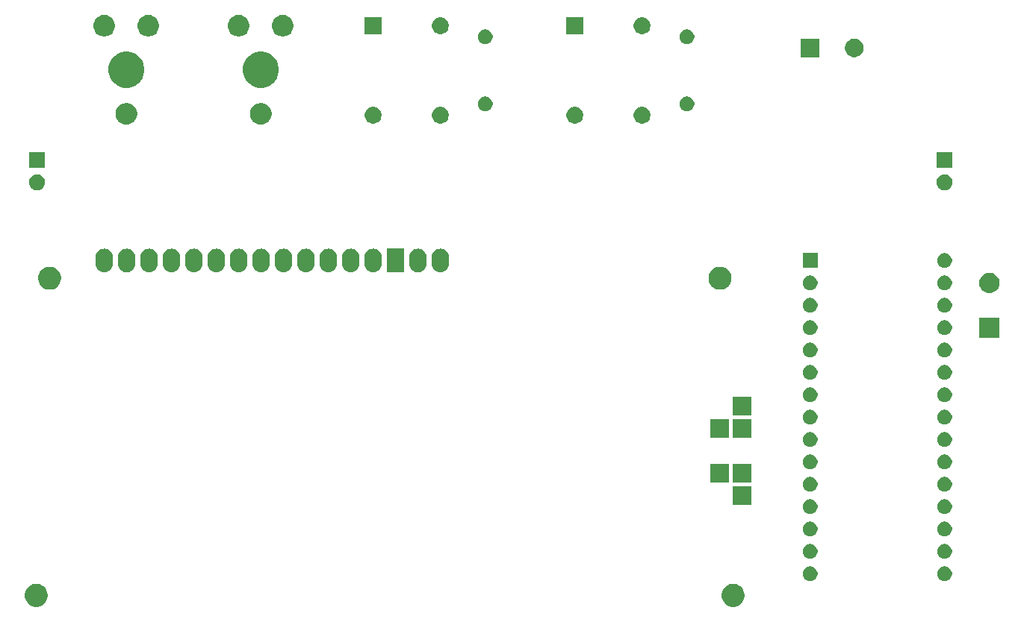
<source format=gbr>
G04 #@! TF.GenerationSoftware,KiCad,Pcbnew,(5.1.5)-2*
G04 #@! TF.CreationDate,2020-07-16T18:28:11-07:00*
G04 #@! TF.ProjectId,LCD_TEST_DEVICE,4c43445f-5445-4535-945f-444556494345,rev?*
G04 #@! TF.SameCoordinates,Original*
G04 #@! TF.FileFunction,Soldermask,Top*
G04 #@! TF.FilePolarity,Negative*
%FSLAX46Y46*%
G04 Gerber Fmt 4.6, Leading zero omitted, Abs format (unit mm)*
G04 Created by KiCad (PCBNEW (5.1.5)-2) date 2020-07-16 18:28:11*
%MOMM*%
%LPD*%
G04 APERTURE LIST*
%ADD10C,0.100000*%
G04 APERTURE END LIST*
D10*
G36*
X98349487Y-81198996D02*
G01*
X98586253Y-81297068D01*
X98586255Y-81297069D01*
X98799339Y-81439447D01*
X98980553Y-81620661D01*
X99122932Y-81833747D01*
X99221004Y-82070513D01*
X99271000Y-82321861D01*
X99271000Y-82578139D01*
X99221004Y-82829487D01*
X99122932Y-83066253D01*
X99122931Y-83066255D01*
X98980553Y-83279339D01*
X98799339Y-83460553D01*
X98586255Y-83602931D01*
X98586254Y-83602932D01*
X98586253Y-83602932D01*
X98349487Y-83701004D01*
X98098139Y-83751000D01*
X97841861Y-83751000D01*
X97590513Y-83701004D01*
X97353747Y-83602932D01*
X97353746Y-83602932D01*
X97353745Y-83602931D01*
X97140661Y-83460553D01*
X96959447Y-83279339D01*
X96817069Y-83066255D01*
X96817068Y-83066253D01*
X96718996Y-82829487D01*
X96669000Y-82578139D01*
X96669000Y-82321861D01*
X96718996Y-82070513D01*
X96817068Y-81833747D01*
X96959447Y-81620661D01*
X97140661Y-81439447D01*
X97353745Y-81297069D01*
X97353747Y-81297068D01*
X97590513Y-81198996D01*
X97841861Y-81149000D01*
X98098139Y-81149000D01*
X98349487Y-81198996D01*
G37*
G36*
X19349487Y-81198996D02*
G01*
X19586253Y-81297068D01*
X19586255Y-81297069D01*
X19799339Y-81439447D01*
X19980553Y-81620661D01*
X20122932Y-81833747D01*
X20221004Y-82070513D01*
X20271000Y-82321861D01*
X20271000Y-82578139D01*
X20221004Y-82829487D01*
X20122932Y-83066253D01*
X20122931Y-83066255D01*
X19980553Y-83279339D01*
X19799339Y-83460553D01*
X19586255Y-83602931D01*
X19586254Y-83602932D01*
X19586253Y-83602932D01*
X19349487Y-83701004D01*
X19098139Y-83751000D01*
X18841861Y-83751000D01*
X18590513Y-83701004D01*
X18353747Y-83602932D01*
X18353746Y-83602932D01*
X18353745Y-83602931D01*
X18140661Y-83460553D01*
X17959447Y-83279339D01*
X17817069Y-83066255D01*
X17817068Y-83066253D01*
X17718996Y-82829487D01*
X17669000Y-82578139D01*
X17669000Y-82321861D01*
X17718996Y-82070513D01*
X17817068Y-81833747D01*
X17959447Y-81620661D01*
X18140661Y-81439447D01*
X18353745Y-81297069D01*
X18353747Y-81297068D01*
X18590513Y-81198996D01*
X18841861Y-81149000D01*
X19098139Y-81149000D01*
X19349487Y-81198996D01*
G37*
G36*
X106928228Y-79191703D02*
G01*
X107083100Y-79255853D01*
X107222481Y-79348985D01*
X107341015Y-79467519D01*
X107434147Y-79606900D01*
X107498297Y-79761772D01*
X107531000Y-79926184D01*
X107531000Y-80093816D01*
X107498297Y-80258228D01*
X107434147Y-80413100D01*
X107341015Y-80552481D01*
X107222481Y-80671015D01*
X107083100Y-80764147D01*
X106928228Y-80828297D01*
X106763816Y-80861000D01*
X106596184Y-80861000D01*
X106431772Y-80828297D01*
X106276900Y-80764147D01*
X106137519Y-80671015D01*
X106018985Y-80552481D01*
X105925853Y-80413100D01*
X105861703Y-80258228D01*
X105829000Y-80093816D01*
X105829000Y-79926184D01*
X105861703Y-79761772D01*
X105925853Y-79606900D01*
X106018985Y-79467519D01*
X106137519Y-79348985D01*
X106276900Y-79255853D01*
X106431772Y-79191703D01*
X106596184Y-79159000D01*
X106763816Y-79159000D01*
X106928228Y-79191703D01*
G37*
G36*
X122168228Y-79191703D02*
G01*
X122323100Y-79255853D01*
X122462481Y-79348985D01*
X122581015Y-79467519D01*
X122674147Y-79606900D01*
X122738297Y-79761772D01*
X122771000Y-79926184D01*
X122771000Y-80093816D01*
X122738297Y-80258228D01*
X122674147Y-80413100D01*
X122581015Y-80552481D01*
X122462481Y-80671015D01*
X122323100Y-80764147D01*
X122168228Y-80828297D01*
X122003816Y-80861000D01*
X121836184Y-80861000D01*
X121671772Y-80828297D01*
X121516900Y-80764147D01*
X121377519Y-80671015D01*
X121258985Y-80552481D01*
X121165853Y-80413100D01*
X121101703Y-80258228D01*
X121069000Y-80093816D01*
X121069000Y-79926184D01*
X121101703Y-79761772D01*
X121165853Y-79606900D01*
X121258985Y-79467519D01*
X121377519Y-79348985D01*
X121516900Y-79255853D01*
X121671772Y-79191703D01*
X121836184Y-79159000D01*
X122003816Y-79159000D01*
X122168228Y-79191703D01*
G37*
G36*
X106928228Y-76651703D02*
G01*
X107083100Y-76715853D01*
X107222481Y-76808985D01*
X107341015Y-76927519D01*
X107434147Y-77066900D01*
X107498297Y-77221772D01*
X107531000Y-77386184D01*
X107531000Y-77553816D01*
X107498297Y-77718228D01*
X107434147Y-77873100D01*
X107341015Y-78012481D01*
X107222481Y-78131015D01*
X107083100Y-78224147D01*
X106928228Y-78288297D01*
X106763816Y-78321000D01*
X106596184Y-78321000D01*
X106431772Y-78288297D01*
X106276900Y-78224147D01*
X106137519Y-78131015D01*
X106018985Y-78012481D01*
X105925853Y-77873100D01*
X105861703Y-77718228D01*
X105829000Y-77553816D01*
X105829000Y-77386184D01*
X105861703Y-77221772D01*
X105925853Y-77066900D01*
X106018985Y-76927519D01*
X106137519Y-76808985D01*
X106276900Y-76715853D01*
X106431772Y-76651703D01*
X106596184Y-76619000D01*
X106763816Y-76619000D01*
X106928228Y-76651703D01*
G37*
G36*
X122168228Y-76651703D02*
G01*
X122323100Y-76715853D01*
X122462481Y-76808985D01*
X122581015Y-76927519D01*
X122674147Y-77066900D01*
X122738297Y-77221772D01*
X122771000Y-77386184D01*
X122771000Y-77553816D01*
X122738297Y-77718228D01*
X122674147Y-77873100D01*
X122581015Y-78012481D01*
X122462481Y-78131015D01*
X122323100Y-78224147D01*
X122168228Y-78288297D01*
X122003816Y-78321000D01*
X121836184Y-78321000D01*
X121671772Y-78288297D01*
X121516900Y-78224147D01*
X121377519Y-78131015D01*
X121258985Y-78012481D01*
X121165853Y-77873100D01*
X121101703Y-77718228D01*
X121069000Y-77553816D01*
X121069000Y-77386184D01*
X121101703Y-77221772D01*
X121165853Y-77066900D01*
X121258985Y-76927519D01*
X121377519Y-76808985D01*
X121516900Y-76715853D01*
X121671772Y-76651703D01*
X121836184Y-76619000D01*
X122003816Y-76619000D01*
X122168228Y-76651703D01*
G37*
G36*
X106928228Y-74111703D02*
G01*
X107083100Y-74175853D01*
X107222481Y-74268985D01*
X107341015Y-74387519D01*
X107434147Y-74526900D01*
X107498297Y-74681772D01*
X107531000Y-74846184D01*
X107531000Y-75013816D01*
X107498297Y-75178228D01*
X107434147Y-75333100D01*
X107341015Y-75472481D01*
X107222481Y-75591015D01*
X107083100Y-75684147D01*
X106928228Y-75748297D01*
X106763816Y-75781000D01*
X106596184Y-75781000D01*
X106431772Y-75748297D01*
X106276900Y-75684147D01*
X106137519Y-75591015D01*
X106018985Y-75472481D01*
X105925853Y-75333100D01*
X105861703Y-75178228D01*
X105829000Y-75013816D01*
X105829000Y-74846184D01*
X105861703Y-74681772D01*
X105925853Y-74526900D01*
X106018985Y-74387519D01*
X106137519Y-74268985D01*
X106276900Y-74175853D01*
X106431772Y-74111703D01*
X106596184Y-74079000D01*
X106763816Y-74079000D01*
X106928228Y-74111703D01*
G37*
G36*
X122168228Y-74111703D02*
G01*
X122323100Y-74175853D01*
X122462481Y-74268985D01*
X122581015Y-74387519D01*
X122674147Y-74526900D01*
X122738297Y-74681772D01*
X122771000Y-74846184D01*
X122771000Y-75013816D01*
X122738297Y-75178228D01*
X122674147Y-75333100D01*
X122581015Y-75472481D01*
X122462481Y-75591015D01*
X122323100Y-75684147D01*
X122168228Y-75748297D01*
X122003816Y-75781000D01*
X121836184Y-75781000D01*
X121671772Y-75748297D01*
X121516900Y-75684147D01*
X121377519Y-75591015D01*
X121258985Y-75472481D01*
X121165853Y-75333100D01*
X121101703Y-75178228D01*
X121069000Y-75013816D01*
X121069000Y-74846184D01*
X121101703Y-74681772D01*
X121165853Y-74526900D01*
X121258985Y-74387519D01*
X121377519Y-74268985D01*
X121516900Y-74175853D01*
X121671772Y-74111703D01*
X121836184Y-74079000D01*
X122003816Y-74079000D01*
X122168228Y-74111703D01*
G37*
G36*
X122168228Y-71571703D02*
G01*
X122323100Y-71635853D01*
X122462481Y-71728985D01*
X122581015Y-71847519D01*
X122674147Y-71986900D01*
X122738297Y-72141772D01*
X122771000Y-72306184D01*
X122771000Y-72473816D01*
X122738297Y-72638228D01*
X122674147Y-72793100D01*
X122581015Y-72932481D01*
X122462481Y-73051015D01*
X122323100Y-73144147D01*
X122168228Y-73208297D01*
X122003816Y-73241000D01*
X121836184Y-73241000D01*
X121671772Y-73208297D01*
X121516900Y-73144147D01*
X121377519Y-73051015D01*
X121258985Y-72932481D01*
X121165853Y-72793100D01*
X121101703Y-72638228D01*
X121069000Y-72473816D01*
X121069000Y-72306184D01*
X121101703Y-72141772D01*
X121165853Y-71986900D01*
X121258985Y-71847519D01*
X121377519Y-71728985D01*
X121516900Y-71635853D01*
X121671772Y-71571703D01*
X121836184Y-71539000D01*
X122003816Y-71539000D01*
X122168228Y-71571703D01*
G37*
G36*
X106928228Y-71571703D02*
G01*
X107083100Y-71635853D01*
X107222481Y-71728985D01*
X107341015Y-71847519D01*
X107434147Y-71986900D01*
X107498297Y-72141772D01*
X107531000Y-72306184D01*
X107531000Y-72473816D01*
X107498297Y-72638228D01*
X107434147Y-72793100D01*
X107341015Y-72932481D01*
X107222481Y-73051015D01*
X107083100Y-73144147D01*
X106928228Y-73208297D01*
X106763816Y-73241000D01*
X106596184Y-73241000D01*
X106431772Y-73208297D01*
X106276900Y-73144147D01*
X106137519Y-73051015D01*
X106018985Y-72932481D01*
X105925853Y-72793100D01*
X105861703Y-72638228D01*
X105829000Y-72473816D01*
X105829000Y-72306184D01*
X105861703Y-72141772D01*
X105925853Y-71986900D01*
X106018985Y-71847519D01*
X106137519Y-71728985D01*
X106276900Y-71635853D01*
X106431772Y-71571703D01*
X106596184Y-71539000D01*
X106763816Y-71539000D01*
X106928228Y-71571703D01*
G37*
G36*
X100021000Y-72181000D02*
G01*
X97919000Y-72181000D01*
X97919000Y-70079000D01*
X100021000Y-70079000D01*
X100021000Y-72181000D01*
G37*
G36*
X122168228Y-69031703D02*
G01*
X122323100Y-69095853D01*
X122462481Y-69188985D01*
X122581015Y-69307519D01*
X122674147Y-69446900D01*
X122738297Y-69601772D01*
X122771000Y-69766184D01*
X122771000Y-69933816D01*
X122738297Y-70098228D01*
X122674147Y-70253100D01*
X122581015Y-70392481D01*
X122462481Y-70511015D01*
X122323100Y-70604147D01*
X122168228Y-70668297D01*
X122003816Y-70701000D01*
X121836184Y-70701000D01*
X121671772Y-70668297D01*
X121516900Y-70604147D01*
X121377519Y-70511015D01*
X121258985Y-70392481D01*
X121165853Y-70253100D01*
X121101703Y-70098228D01*
X121069000Y-69933816D01*
X121069000Y-69766184D01*
X121101703Y-69601772D01*
X121165853Y-69446900D01*
X121258985Y-69307519D01*
X121377519Y-69188985D01*
X121516900Y-69095853D01*
X121671772Y-69031703D01*
X121836184Y-68999000D01*
X122003816Y-68999000D01*
X122168228Y-69031703D01*
G37*
G36*
X106928228Y-69031703D02*
G01*
X107083100Y-69095853D01*
X107222481Y-69188985D01*
X107341015Y-69307519D01*
X107434147Y-69446900D01*
X107498297Y-69601772D01*
X107531000Y-69766184D01*
X107531000Y-69933816D01*
X107498297Y-70098228D01*
X107434147Y-70253100D01*
X107341015Y-70392481D01*
X107222481Y-70511015D01*
X107083100Y-70604147D01*
X106928228Y-70668297D01*
X106763816Y-70701000D01*
X106596184Y-70701000D01*
X106431772Y-70668297D01*
X106276900Y-70604147D01*
X106137519Y-70511015D01*
X106018985Y-70392481D01*
X105925853Y-70253100D01*
X105861703Y-70098228D01*
X105829000Y-69933816D01*
X105829000Y-69766184D01*
X105861703Y-69601772D01*
X105925853Y-69446900D01*
X106018985Y-69307519D01*
X106137519Y-69188985D01*
X106276900Y-69095853D01*
X106431772Y-69031703D01*
X106596184Y-68999000D01*
X106763816Y-68999000D01*
X106928228Y-69031703D01*
G37*
G36*
X97481000Y-69641000D02*
G01*
X95379000Y-69641000D01*
X95379000Y-67539000D01*
X97481000Y-67539000D01*
X97481000Y-69641000D01*
G37*
G36*
X100021000Y-69641000D02*
G01*
X97919000Y-69641000D01*
X97919000Y-67539000D01*
X100021000Y-67539000D01*
X100021000Y-69641000D01*
G37*
G36*
X106928228Y-66491703D02*
G01*
X107083100Y-66555853D01*
X107222481Y-66648985D01*
X107341015Y-66767519D01*
X107434147Y-66906900D01*
X107498297Y-67061772D01*
X107531000Y-67226184D01*
X107531000Y-67393816D01*
X107498297Y-67558228D01*
X107434147Y-67713100D01*
X107341015Y-67852481D01*
X107222481Y-67971015D01*
X107083100Y-68064147D01*
X106928228Y-68128297D01*
X106763816Y-68161000D01*
X106596184Y-68161000D01*
X106431772Y-68128297D01*
X106276900Y-68064147D01*
X106137519Y-67971015D01*
X106018985Y-67852481D01*
X105925853Y-67713100D01*
X105861703Y-67558228D01*
X105829000Y-67393816D01*
X105829000Y-67226184D01*
X105861703Y-67061772D01*
X105925853Y-66906900D01*
X106018985Y-66767519D01*
X106137519Y-66648985D01*
X106276900Y-66555853D01*
X106431772Y-66491703D01*
X106596184Y-66459000D01*
X106763816Y-66459000D01*
X106928228Y-66491703D01*
G37*
G36*
X122168228Y-66491703D02*
G01*
X122323100Y-66555853D01*
X122462481Y-66648985D01*
X122581015Y-66767519D01*
X122674147Y-66906900D01*
X122738297Y-67061772D01*
X122771000Y-67226184D01*
X122771000Y-67393816D01*
X122738297Y-67558228D01*
X122674147Y-67713100D01*
X122581015Y-67852481D01*
X122462481Y-67971015D01*
X122323100Y-68064147D01*
X122168228Y-68128297D01*
X122003816Y-68161000D01*
X121836184Y-68161000D01*
X121671772Y-68128297D01*
X121516900Y-68064147D01*
X121377519Y-67971015D01*
X121258985Y-67852481D01*
X121165853Y-67713100D01*
X121101703Y-67558228D01*
X121069000Y-67393816D01*
X121069000Y-67226184D01*
X121101703Y-67061772D01*
X121165853Y-66906900D01*
X121258985Y-66767519D01*
X121377519Y-66648985D01*
X121516900Y-66555853D01*
X121671772Y-66491703D01*
X121836184Y-66459000D01*
X122003816Y-66459000D01*
X122168228Y-66491703D01*
G37*
G36*
X122168228Y-63951703D02*
G01*
X122323100Y-64015853D01*
X122462481Y-64108985D01*
X122581015Y-64227519D01*
X122674147Y-64366900D01*
X122738297Y-64521772D01*
X122771000Y-64686184D01*
X122771000Y-64853816D01*
X122738297Y-65018228D01*
X122674147Y-65173100D01*
X122581015Y-65312481D01*
X122462481Y-65431015D01*
X122323100Y-65524147D01*
X122168228Y-65588297D01*
X122003816Y-65621000D01*
X121836184Y-65621000D01*
X121671772Y-65588297D01*
X121516900Y-65524147D01*
X121377519Y-65431015D01*
X121258985Y-65312481D01*
X121165853Y-65173100D01*
X121101703Y-65018228D01*
X121069000Y-64853816D01*
X121069000Y-64686184D01*
X121101703Y-64521772D01*
X121165853Y-64366900D01*
X121258985Y-64227519D01*
X121377519Y-64108985D01*
X121516900Y-64015853D01*
X121671772Y-63951703D01*
X121836184Y-63919000D01*
X122003816Y-63919000D01*
X122168228Y-63951703D01*
G37*
G36*
X106928228Y-63951703D02*
G01*
X107083100Y-64015853D01*
X107222481Y-64108985D01*
X107341015Y-64227519D01*
X107434147Y-64366900D01*
X107498297Y-64521772D01*
X107531000Y-64686184D01*
X107531000Y-64853816D01*
X107498297Y-65018228D01*
X107434147Y-65173100D01*
X107341015Y-65312481D01*
X107222481Y-65431015D01*
X107083100Y-65524147D01*
X106928228Y-65588297D01*
X106763816Y-65621000D01*
X106596184Y-65621000D01*
X106431772Y-65588297D01*
X106276900Y-65524147D01*
X106137519Y-65431015D01*
X106018985Y-65312481D01*
X105925853Y-65173100D01*
X105861703Y-65018228D01*
X105829000Y-64853816D01*
X105829000Y-64686184D01*
X105861703Y-64521772D01*
X105925853Y-64366900D01*
X106018985Y-64227519D01*
X106137519Y-64108985D01*
X106276900Y-64015853D01*
X106431772Y-63951703D01*
X106596184Y-63919000D01*
X106763816Y-63919000D01*
X106928228Y-63951703D01*
G37*
G36*
X100021000Y-64561000D02*
G01*
X97919000Y-64561000D01*
X97919000Y-62459000D01*
X100021000Y-62459000D01*
X100021000Y-64561000D01*
G37*
G36*
X97481000Y-64561000D02*
G01*
X95379000Y-64561000D01*
X95379000Y-62459000D01*
X97481000Y-62459000D01*
X97481000Y-64561000D01*
G37*
G36*
X122168228Y-61411703D02*
G01*
X122323100Y-61475853D01*
X122462481Y-61568985D01*
X122581015Y-61687519D01*
X122674147Y-61826900D01*
X122738297Y-61981772D01*
X122771000Y-62146184D01*
X122771000Y-62313816D01*
X122738297Y-62478228D01*
X122674147Y-62633100D01*
X122581015Y-62772481D01*
X122462481Y-62891015D01*
X122323100Y-62984147D01*
X122168228Y-63048297D01*
X122003816Y-63081000D01*
X121836184Y-63081000D01*
X121671772Y-63048297D01*
X121516900Y-62984147D01*
X121377519Y-62891015D01*
X121258985Y-62772481D01*
X121165853Y-62633100D01*
X121101703Y-62478228D01*
X121069000Y-62313816D01*
X121069000Y-62146184D01*
X121101703Y-61981772D01*
X121165853Y-61826900D01*
X121258985Y-61687519D01*
X121377519Y-61568985D01*
X121516900Y-61475853D01*
X121671772Y-61411703D01*
X121836184Y-61379000D01*
X122003816Y-61379000D01*
X122168228Y-61411703D01*
G37*
G36*
X106928228Y-61411703D02*
G01*
X107083100Y-61475853D01*
X107222481Y-61568985D01*
X107341015Y-61687519D01*
X107434147Y-61826900D01*
X107498297Y-61981772D01*
X107531000Y-62146184D01*
X107531000Y-62313816D01*
X107498297Y-62478228D01*
X107434147Y-62633100D01*
X107341015Y-62772481D01*
X107222481Y-62891015D01*
X107083100Y-62984147D01*
X106928228Y-63048297D01*
X106763816Y-63081000D01*
X106596184Y-63081000D01*
X106431772Y-63048297D01*
X106276900Y-62984147D01*
X106137519Y-62891015D01*
X106018985Y-62772481D01*
X105925853Y-62633100D01*
X105861703Y-62478228D01*
X105829000Y-62313816D01*
X105829000Y-62146184D01*
X105861703Y-61981772D01*
X105925853Y-61826900D01*
X106018985Y-61687519D01*
X106137519Y-61568985D01*
X106276900Y-61475853D01*
X106431772Y-61411703D01*
X106596184Y-61379000D01*
X106763816Y-61379000D01*
X106928228Y-61411703D01*
G37*
G36*
X100021000Y-62021000D02*
G01*
X97919000Y-62021000D01*
X97919000Y-59919000D01*
X100021000Y-59919000D01*
X100021000Y-62021000D01*
G37*
G36*
X106928228Y-58871703D02*
G01*
X107083100Y-58935853D01*
X107222481Y-59028985D01*
X107341015Y-59147519D01*
X107434147Y-59286900D01*
X107498297Y-59441772D01*
X107531000Y-59606184D01*
X107531000Y-59773816D01*
X107498297Y-59938228D01*
X107434147Y-60093100D01*
X107341015Y-60232481D01*
X107222481Y-60351015D01*
X107083100Y-60444147D01*
X106928228Y-60508297D01*
X106763816Y-60541000D01*
X106596184Y-60541000D01*
X106431772Y-60508297D01*
X106276900Y-60444147D01*
X106137519Y-60351015D01*
X106018985Y-60232481D01*
X105925853Y-60093100D01*
X105861703Y-59938228D01*
X105829000Y-59773816D01*
X105829000Y-59606184D01*
X105861703Y-59441772D01*
X105925853Y-59286900D01*
X106018985Y-59147519D01*
X106137519Y-59028985D01*
X106276900Y-58935853D01*
X106431772Y-58871703D01*
X106596184Y-58839000D01*
X106763816Y-58839000D01*
X106928228Y-58871703D01*
G37*
G36*
X122168228Y-58871703D02*
G01*
X122323100Y-58935853D01*
X122462481Y-59028985D01*
X122581015Y-59147519D01*
X122674147Y-59286900D01*
X122738297Y-59441772D01*
X122771000Y-59606184D01*
X122771000Y-59773816D01*
X122738297Y-59938228D01*
X122674147Y-60093100D01*
X122581015Y-60232481D01*
X122462481Y-60351015D01*
X122323100Y-60444147D01*
X122168228Y-60508297D01*
X122003816Y-60541000D01*
X121836184Y-60541000D01*
X121671772Y-60508297D01*
X121516900Y-60444147D01*
X121377519Y-60351015D01*
X121258985Y-60232481D01*
X121165853Y-60093100D01*
X121101703Y-59938228D01*
X121069000Y-59773816D01*
X121069000Y-59606184D01*
X121101703Y-59441772D01*
X121165853Y-59286900D01*
X121258985Y-59147519D01*
X121377519Y-59028985D01*
X121516900Y-58935853D01*
X121671772Y-58871703D01*
X121836184Y-58839000D01*
X122003816Y-58839000D01*
X122168228Y-58871703D01*
G37*
G36*
X122168228Y-56331703D02*
G01*
X122323100Y-56395853D01*
X122462481Y-56488985D01*
X122581015Y-56607519D01*
X122674147Y-56746900D01*
X122738297Y-56901772D01*
X122771000Y-57066184D01*
X122771000Y-57233816D01*
X122738297Y-57398228D01*
X122674147Y-57553100D01*
X122581015Y-57692481D01*
X122462481Y-57811015D01*
X122323100Y-57904147D01*
X122168228Y-57968297D01*
X122003816Y-58001000D01*
X121836184Y-58001000D01*
X121671772Y-57968297D01*
X121516900Y-57904147D01*
X121377519Y-57811015D01*
X121258985Y-57692481D01*
X121165853Y-57553100D01*
X121101703Y-57398228D01*
X121069000Y-57233816D01*
X121069000Y-57066184D01*
X121101703Y-56901772D01*
X121165853Y-56746900D01*
X121258985Y-56607519D01*
X121377519Y-56488985D01*
X121516900Y-56395853D01*
X121671772Y-56331703D01*
X121836184Y-56299000D01*
X122003816Y-56299000D01*
X122168228Y-56331703D01*
G37*
G36*
X106928228Y-56331703D02*
G01*
X107083100Y-56395853D01*
X107222481Y-56488985D01*
X107341015Y-56607519D01*
X107434147Y-56746900D01*
X107498297Y-56901772D01*
X107531000Y-57066184D01*
X107531000Y-57233816D01*
X107498297Y-57398228D01*
X107434147Y-57553100D01*
X107341015Y-57692481D01*
X107222481Y-57811015D01*
X107083100Y-57904147D01*
X106928228Y-57968297D01*
X106763816Y-58001000D01*
X106596184Y-58001000D01*
X106431772Y-57968297D01*
X106276900Y-57904147D01*
X106137519Y-57811015D01*
X106018985Y-57692481D01*
X105925853Y-57553100D01*
X105861703Y-57398228D01*
X105829000Y-57233816D01*
X105829000Y-57066184D01*
X105861703Y-56901772D01*
X105925853Y-56746900D01*
X106018985Y-56607519D01*
X106137519Y-56488985D01*
X106276900Y-56395853D01*
X106431772Y-56331703D01*
X106596184Y-56299000D01*
X106763816Y-56299000D01*
X106928228Y-56331703D01*
G37*
G36*
X106928228Y-53791703D02*
G01*
X107083100Y-53855853D01*
X107222481Y-53948985D01*
X107341015Y-54067519D01*
X107434147Y-54206900D01*
X107498297Y-54361772D01*
X107531000Y-54526184D01*
X107531000Y-54693816D01*
X107498297Y-54858228D01*
X107434147Y-55013100D01*
X107341015Y-55152481D01*
X107222481Y-55271015D01*
X107083100Y-55364147D01*
X106928228Y-55428297D01*
X106763816Y-55461000D01*
X106596184Y-55461000D01*
X106431772Y-55428297D01*
X106276900Y-55364147D01*
X106137519Y-55271015D01*
X106018985Y-55152481D01*
X105925853Y-55013100D01*
X105861703Y-54858228D01*
X105829000Y-54693816D01*
X105829000Y-54526184D01*
X105861703Y-54361772D01*
X105925853Y-54206900D01*
X106018985Y-54067519D01*
X106137519Y-53948985D01*
X106276900Y-53855853D01*
X106431772Y-53791703D01*
X106596184Y-53759000D01*
X106763816Y-53759000D01*
X106928228Y-53791703D01*
G37*
G36*
X122168228Y-53791703D02*
G01*
X122323100Y-53855853D01*
X122462481Y-53948985D01*
X122581015Y-54067519D01*
X122674147Y-54206900D01*
X122738297Y-54361772D01*
X122771000Y-54526184D01*
X122771000Y-54693816D01*
X122738297Y-54858228D01*
X122674147Y-55013100D01*
X122581015Y-55152481D01*
X122462481Y-55271015D01*
X122323100Y-55364147D01*
X122168228Y-55428297D01*
X122003816Y-55461000D01*
X121836184Y-55461000D01*
X121671772Y-55428297D01*
X121516900Y-55364147D01*
X121377519Y-55271015D01*
X121258985Y-55152481D01*
X121165853Y-55013100D01*
X121101703Y-54858228D01*
X121069000Y-54693816D01*
X121069000Y-54526184D01*
X121101703Y-54361772D01*
X121165853Y-54206900D01*
X121258985Y-54067519D01*
X121377519Y-53948985D01*
X121516900Y-53855853D01*
X121671772Y-53791703D01*
X121836184Y-53759000D01*
X122003816Y-53759000D01*
X122168228Y-53791703D01*
G37*
G36*
X128151000Y-53221000D02*
G01*
X125849000Y-53221000D01*
X125849000Y-50919000D01*
X128151000Y-50919000D01*
X128151000Y-53221000D01*
G37*
G36*
X106928228Y-51251703D02*
G01*
X107083100Y-51315853D01*
X107222481Y-51408985D01*
X107341015Y-51527519D01*
X107434147Y-51666900D01*
X107498297Y-51821772D01*
X107531000Y-51986184D01*
X107531000Y-52153816D01*
X107498297Y-52318228D01*
X107434147Y-52473100D01*
X107341015Y-52612481D01*
X107222481Y-52731015D01*
X107083100Y-52824147D01*
X106928228Y-52888297D01*
X106763816Y-52921000D01*
X106596184Y-52921000D01*
X106431772Y-52888297D01*
X106276900Y-52824147D01*
X106137519Y-52731015D01*
X106018985Y-52612481D01*
X105925853Y-52473100D01*
X105861703Y-52318228D01*
X105829000Y-52153816D01*
X105829000Y-51986184D01*
X105861703Y-51821772D01*
X105925853Y-51666900D01*
X106018985Y-51527519D01*
X106137519Y-51408985D01*
X106276900Y-51315853D01*
X106431772Y-51251703D01*
X106596184Y-51219000D01*
X106763816Y-51219000D01*
X106928228Y-51251703D01*
G37*
G36*
X122168228Y-51251703D02*
G01*
X122323100Y-51315853D01*
X122462481Y-51408985D01*
X122581015Y-51527519D01*
X122674147Y-51666900D01*
X122738297Y-51821772D01*
X122771000Y-51986184D01*
X122771000Y-52153816D01*
X122738297Y-52318228D01*
X122674147Y-52473100D01*
X122581015Y-52612481D01*
X122462481Y-52731015D01*
X122323100Y-52824147D01*
X122168228Y-52888297D01*
X122003816Y-52921000D01*
X121836184Y-52921000D01*
X121671772Y-52888297D01*
X121516900Y-52824147D01*
X121377519Y-52731015D01*
X121258985Y-52612481D01*
X121165853Y-52473100D01*
X121101703Y-52318228D01*
X121069000Y-52153816D01*
X121069000Y-51986184D01*
X121101703Y-51821772D01*
X121165853Y-51666900D01*
X121258985Y-51527519D01*
X121377519Y-51408985D01*
X121516900Y-51315853D01*
X121671772Y-51251703D01*
X121836184Y-51219000D01*
X122003816Y-51219000D01*
X122168228Y-51251703D01*
G37*
G36*
X106928228Y-48711703D02*
G01*
X107083100Y-48775853D01*
X107222481Y-48868985D01*
X107341015Y-48987519D01*
X107434147Y-49126900D01*
X107498297Y-49281772D01*
X107531000Y-49446184D01*
X107531000Y-49613816D01*
X107498297Y-49778228D01*
X107434147Y-49933100D01*
X107341015Y-50072481D01*
X107222481Y-50191015D01*
X107083100Y-50284147D01*
X106928228Y-50348297D01*
X106763816Y-50381000D01*
X106596184Y-50381000D01*
X106431772Y-50348297D01*
X106276900Y-50284147D01*
X106137519Y-50191015D01*
X106018985Y-50072481D01*
X105925853Y-49933100D01*
X105861703Y-49778228D01*
X105829000Y-49613816D01*
X105829000Y-49446184D01*
X105861703Y-49281772D01*
X105925853Y-49126900D01*
X106018985Y-48987519D01*
X106137519Y-48868985D01*
X106276900Y-48775853D01*
X106431772Y-48711703D01*
X106596184Y-48679000D01*
X106763816Y-48679000D01*
X106928228Y-48711703D01*
G37*
G36*
X122168228Y-48711703D02*
G01*
X122323100Y-48775853D01*
X122462481Y-48868985D01*
X122581015Y-48987519D01*
X122674147Y-49126900D01*
X122738297Y-49281772D01*
X122771000Y-49446184D01*
X122771000Y-49613816D01*
X122738297Y-49778228D01*
X122674147Y-49933100D01*
X122581015Y-50072481D01*
X122462481Y-50191015D01*
X122323100Y-50284147D01*
X122168228Y-50348297D01*
X122003816Y-50381000D01*
X121836184Y-50381000D01*
X121671772Y-50348297D01*
X121516900Y-50284147D01*
X121377519Y-50191015D01*
X121258985Y-50072481D01*
X121165853Y-49933100D01*
X121101703Y-49778228D01*
X121069000Y-49613816D01*
X121069000Y-49446184D01*
X121101703Y-49281772D01*
X121165853Y-49126900D01*
X121258985Y-48987519D01*
X121377519Y-48868985D01*
X121516900Y-48775853D01*
X121671772Y-48711703D01*
X121836184Y-48679000D01*
X122003816Y-48679000D01*
X122168228Y-48711703D01*
G37*
G36*
X127224549Y-45861116D02*
G01*
X127335734Y-45883232D01*
X127545203Y-45969997D01*
X127733720Y-46095960D01*
X127894040Y-46256280D01*
X128020003Y-46444797D01*
X128020004Y-46444799D01*
X128021131Y-46447520D01*
X128106768Y-46654266D01*
X128151000Y-46876636D01*
X128151000Y-47103364D01*
X128115997Y-47279339D01*
X128106768Y-47325733D01*
X128021131Y-47532481D01*
X128020003Y-47535203D01*
X127894040Y-47723720D01*
X127733720Y-47884040D01*
X127545203Y-48010003D01*
X127335734Y-48096768D01*
X127224549Y-48118884D01*
X127113365Y-48141000D01*
X126886635Y-48141000D01*
X126775451Y-48118884D01*
X126664266Y-48096768D01*
X126454797Y-48010003D01*
X126266280Y-47884040D01*
X126105960Y-47723720D01*
X125979997Y-47535203D01*
X125978870Y-47532481D01*
X125893232Y-47325733D01*
X125884004Y-47279339D01*
X125849000Y-47103364D01*
X125849000Y-46876636D01*
X125893232Y-46654266D01*
X125978869Y-46447520D01*
X125979996Y-46444799D01*
X125979997Y-46444797D01*
X126105960Y-46256280D01*
X126266280Y-46095960D01*
X126454797Y-45969997D01*
X126664266Y-45883232D01*
X126775451Y-45861116D01*
X126886635Y-45839000D01*
X127113365Y-45839000D01*
X127224549Y-45861116D01*
G37*
G36*
X106928228Y-46171703D02*
G01*
X107083100Y-46235853D01*
X107222481Y-46328985D01*
X107341015Y-46447519D01*
X107434147Y-46586900D01*
X107498297Y-46741772D01*
X107531000Y-46906184D01*
X107531000Y-47073816D01*
X107498297Y-47238228D01*
X107434147Y-47393100D01*
X107341015Y-47532481D01*
X107222481Y-47651015D01*
X107083100Y-47744147D01*
X106928228Y-47808297D01*
X106763816Y-47841000D01*
X106596184Y-47841000D01*
X106431772Y-47808297D01*
X106276900Y-47744147D01*
X106137519Y-47651015D01*
X106018985Y-47532481D01*
X105925853Y-47393100D01*
X105861703Y-47238228D01*
X105829000Y-47073816D01*
X105829000Y-46906184D01*
X105861703Y-46741772D01*
X105925853Y-46586900D01*
X106018985Y-46447519D01*
X106137519Y-46328985D01*
X106276900Y-46235853D01*
X106431772Y-46171703D01*
X106596184Y-46139000D01*
X106763816Y-46139000D01*
X106928228Y-46171703D01*
G37*
G36*
X122168228Y-46171703D02*
G01*
X122323100Y-46235853D01*
X122462481Y-46328985D01*
X122581015Y-46447519D01*
X122674147Y-46586900D01*
X122738297Y-46741772D01*
X122771000Y-46906184D01*
X122771000Y-47073816D01*
X122738297Y-47238228D01*
X122674147Y-47393100D01*
X122581015Y-47532481D01*
X122462481Y-47651015D01*
X122323100Y-47744147D01*
X122168228Y-47808297D01*
X122003816Y-47841000D01*
X121836184Y-47841000D01*
X121671772Y-47808297D01*
X121516900Y-47744147D01*
X121377519Y-47651015D01*
X121258985Y-47532481D01*
X121165853Y-47393100D01*
X121101703Y-47238228D01*
X121069000Y-47073816D01*
X121069000Y-46906184D01*
X121101703Y-46741772D01*
X121165853Y-46586900D01*
X121258985Y-46447519D01*
X121377519Y-46328985D01*
X121516900Y-46235853D01*
X121671772Y-46171703D01*
X121836184Y-46139000D01*
X122003816Y-46139000D01*
X122168228Y-46171703D01*
G37*
G36*
X96849487Y-45198996D02*
G01*
X97086253Y-45297068D01*
X97086255Y-45297069D01*
X97299339Y-45439447D01*
X97480553Y-45620661D01*
X97601052Y-45801000D01*
X97622932Y-45833747D01*
X97721004Y-46070513D01*
X97771000Y-46321861D01*
X97771000Y-46578139D01*
X97721004Y-46829487D01*
X97622932Y-47066253D01*
X97622931Y-47066255D01*
X97480553Y-47279339D01*
X97299339Y-47460553D01*
X97086255Y-47602931D01*
X97086254Y-47602932D01*
X97086253Y-47602932D01*
X96849487Y-47701004D01*
X96598139Y-47751000D01*
X96341861Y-47751000D01*
X96090513Y-47701004D01*
X95853747Y-47602932D01*
X95853746Y-47602932D01*
X95853745Y-47602931D01*
X95640661Y-47460553D01*
X95459447Y-47279339D01*
X95317069Y-47066255D01*
X95317068Y-47066253D01*
X95218996Y-46829487D01*
X95169000Y-46578139D01*
X95169000Y-46321861D01*
X95218996Y-46070513D01*
X95317068Y-45833747D01*
X95338949Y-45801000D01*
X95459447Y-45620661D01*
X95640661Y-45439447D01*
X95853745Y-45297069D01*
X95853747Y-45297068D01*
X96090513Y-45198996D01*
X96341861Y-45149000D01*
X96598139Y-45149000D01*
X96849487Y-45198996D01*
G37*
G36*
X20849487Y-45198996D02*
G01*
X21086253Y-45297068D01*
X21086255Y-45297069D01*
X21299339Y-45439447D01*
X21480553Y-45620661D01*
X21601052Y-45801000D01*
X21622932Y-45833747D01*
X21721004Y-46070513D01*
X21771000Y-46321861D01*
X21771000Y-46578139D01*
X21721004Y-46829487D01*
X21622932Y-47066253D01*
X21622931Y-47066255D01*
X21480553Y-47279339D01*
X21299339Y-47460553D01*
X21086255Y-47602931D01*
X21086254Y-47602932D01*
X21086253Y-47602932D01*
X20849487Y-47701004D01*
X20598139Y-47751000D01*
X20341861Y-47751000D01*
X20090513Y-47701004D01*
X19853747Y-47602932D01*
X19853746Y-47602932D01*
X19853745Y-47602931D01*
X19640661Y-47460553D01*
X19459447Y-47279339D01*
X19317069Y-47066255D01*
X19317068Y-47066253D01*
X19218996Y-46829487D01*
X19169000Y-46578139D01*
X19169000Y-46321861D01*
X19218996Y-46070513D01*
X19317068Y-45833747D01*
X19338949Y-45801000D01*
X19459447Y-45620661D01*
X19640661Y-45439447D01*
X19853745Y-45297069D01*
X19853747Y-45297068D01*
X20090513Y-45198996D01*
X20341861Y-45149000D01*
X20598139Y-45149000D01*
X20849487Y-45198996D01*
G37*
G36*
X29391345Y-43115300D02*
G01*
X29391348Y-43115301D01*
X29391349Y-43115301D01*
X29570613Y-43169680D01*
X29570616Y-43169682D01*
X29570617Y-43169682D01*
X29735823Y-43257986D01*
X29880632Y-43376828D01*
X29999474Y-43521637D01*
X30040825Y-43599000D01*
X30087780Y-43686847D01*
X30090512Y-43695853D01*
X30142160Y-43866114D01*
X30155920Y-44005823D01*
X30155920Y-44899258D01*
X30142160Y-45038965D01*
X30142159Y-45038968D01*
X30142159Y-45038969D01*
X30087780Y-45218233D01*
X30087778Y-45218236D01*
X30087778Y-45218237D01*
X29999474Y-45383443D01*
X29880632Y-45528252D01*
X29735823Y-45647094D01*
X29575368Y-45732858D01*
X29570612Y-45735400D01*
X29391348Y-45789779D01*
X29391347Y-45789779D01*
X29391344Y-45789780D01*
X29204920Y-45808141D01*
X29018495Y-45789780D01*
X29018492Y-45789779D01*
X29018491Y-45789779D01*
X28839227Y-45735400D01*
X28834471Y-45732858D01*
X28674017Y-45647094D01*
X28529208Y-45528252D01*
X28410366Y-45383443D01*
X28322062Y-45218236D01*
X28322061Y-45218233D01*
X28322060Y-45218232D01*
X28267681Y-45038968D01*
X28267681Y-45038967D01*
X28267680Y-45038964D01*
X28253920Y-44899257D01*
X28253920Y-44005822D01*
X28267680Y-43866110D01*
X28322060Y-43686848D01*
X28410367Y-43521637D01*
X28529209Y-43376828D01*
X28674018Y-43257986D01*
X28839224Y-43169682D01*
X28839225Y-43169682D01*
X28839228Y-43169680D01*
X29018492Y-43115301D01*
X29018493Y-43115301D01*
X29018496Y-43115300D01*
X29204920Y-43096939D01*
X29391345Y-43115300D01*
G37*
G36*
X62411345Y-43115300D02*
G01*
X62411348Y-43115301D01*
X62411349Y-43115301D01*
X62590613Y-43169680D01*
X62590616Y-43169682D01*
X62590617Y-43169682D01*
X62755823Y-43257986D01*
X62900632Y-43376828D01*
X63019474Y-43521637D01*
X63060825Y-43599000D01*
X63107780Y-43686847D01*
X63110512Y-43695853D01*
X63162160Y-43866114D01*
X63175920Y-44005823D01*
X63175920Y-44899258D01*
X63162160Y-45038965D01*
X63162159Y-45038968D01*
X63162159Y-45038969D01*
X63107780Y-45218233D01*
X63107778Y-45218236D01*
X63107778Y-45218237D01*
X63019474Y-45383443D01*
X62900632Y-45528252D01*
X62755823Y-45647094D01*
X62595368Y-45732858D01*
X62590612Y-45735400D01*
X62411348Y-45789779D01*
X62411347Y-45789779D01*
X62411344Y-45789780D01*
X62224920Y-45808141D01*
X62038495Y-45789780D01*
X62038492Y-45789779D01*
X62038491Y-45789779D01*
X61859227Y-45735400D01*
X61854471Y-45732858D01*
X61694017Y-45647094D01*
X61549208Y-45528252D01*
X61430366Y-45383443D01*
X61342062Y-45218236D01*
X61342061Y-45218233D01*
X61342060Y-45218232D01*
X61287681Y-45038968D01*
X61287681Y-45038967D01*
X61287680Y-45038964D01*
X61273920Y-44899257D01*
X61273920Y-44005822D01*
X61287680Y-43866110D01*
X61342060Y-43686848D01*
X61430367Y-43521637D01*
X61549209Y-43376828D01*
X61694018Y-43257986D01*
X61859224Y-43169682D01*
X61859225Y-43169682D01*
X61859228Y-43169680D01*
X62038492Y-43115301D01*
X62038493Y-43115301D01*
X62038496Y-43115300D01*
X62224920Y-43096939D01*
X62411345Y-43115300D01*
G37*
G36*
X31936425Y-43112760D02*
G01*
X31936428Y-43112761D01*
X31936429Y-43112761D01*
X32115693Y-43167140D01*
X32115696Y-43167142D01*
X32115697Y-43167142D01*
X32280903Y-43255446D01*
X32425712Y-43374288D01*
X32544554Y-43519097D01*
X32604744Y-43631705D01*
X32632860Y-43684307D01*
X32636362Y-43695852D01*
X32687240Y-43863574D01*
X32701000Y-44003283D01*
X32701000Y-44896718D01*
X32687240Y-45036425D01*
X32687239Y-45036428D01*
X32687239Y-45036429D01*
X32632860Y-45215693D01*
X32632858Y-45215696D01*
X32632858Y-45215697D01*
X32544554Y-45380903D01*
X32425712Y-45525712D01*
X32280903Y-45644554D01*
X32115696Y-45732858D01*
X32115692Y-45732860D01*
X31936428Y-45787239D01*
X31936427Y-45787239D01*
X31936424Y-45787240D01*
X31750000Y-45805601D01*
X31563575Y-45787240D01*
X31563572Y-45787239D01*
X31563571Y-45787239D01*
X31384307Y-45732860D01*
X31384303Y-45732858D01*
X31219097Y-45644554D01*
X31074288Y-45525712D01*
X30955446Y-45380903D01*
X30867142Y-45215696D01*
X30867141Y-45215693D01*
X30867140Y-45215692D01*
X30812761Y-45036428D01*
X30812761Y-45036427D01*
X30812760Y-45036424D01*
X30799000Y-44896717D01*
X30799000Y-44003282D01*
X30812760Y-43863570D01*
X30867140Y-43684308D01*
X30955447Y-43519097D01*
X31074289Y-43374288D01*
X31219098Y-43255446D01*
X31384304Y-43167142D01*
X31384305Y-43167142D01*
X31384308Y-43167140D01*
X31563572Y-43112761D01*
X31563573Y-43112761D01*
X31563576Y-43112760D01*
X31750000Y-43094399D01*
X31936425Y-43112760D01*
G37*
G36*
X64956425Y-43112760D02*
G01*
X64956428Y-43112761D01*
X64956429Y-43112761D01*
X65135693Y-43167140D01*
X65135696Y-43167142D01*
X65135697Y-43167142D01*
X65300903Y-43255446D01*
X65445712Y-43374288D01*
X65564554Y-43519097D01*
X65624744Y-43631705D01*
X65652860Y-43684307D01*
X65656362Y-43695852D01*
X65707240Y-43863574D01*
X65721000Y-44003283D01*
X65721000Y-44896718D01*
X65707240Y-45036425D01*
X65707239Y-45036428D01*
X65707239Y-45036429D01*
X65652860Y-45215693D01*
X65652858Y-45215696D01*
X65652858Y-45215697D01*
X65564554Y-45380903D01*
X65445712Y-45525712D01*
X65300903Y-45644554D01*
X65135696Y-45732858D01*
X65135692Y-45732860D01*
X64956428Y-45787239D01*
X64956427Y-45787239D01*
X64956424Y-45787240D01*
X64770000Y-45805601D01*
X64583575Y-45787240D01*
X64583572Y-45787239D01*
X64583571Y-45787239D01*
X64404307Y-45732860D01*
X64404303Y-45732858D01*
X64239097Y-45644554D01*
X64094288Y-45525712D01*
X63975446Y-45380903D01*
X63887142Y-45215696D01*
X63887141Y-45215693D01*
X63887140Y-45215692D01*
X63832761Y-45036428D01*
X63832761Y-45036427D01*
X63832760Y-45036424D01*
X63819000Y-44896717D01*
X63819000Y-44003282D01*
X63832760Y-43863570D01*
X63887140Y-43684308D01*
X63975447Y-43519097D01*
X64094289Y-43374288D01*
X64239098Y-43255446D01*
X64404304Y-43167142D01*
X64404305Y-43167142D01*
X64404308Y-43167140D01*
X64583572Y-43112761D01*
X64583573Y-43112761D01*
X64583576Y-43112760D01*
X64770000Y-43094399D01*
X64956425Y-43112760D01*
G37*
G36*
X26856425Y-43112760D02*
G01*
X26856428Y-43112761D01*
X26856429Y-43112761D01*
X27035693Y-43167140D01*
X27035696Y-43167142D01*
X27035697Y-43167142D01*
X27200903Y-43255446D01*
X27345712Y-43374288D01*
X27464554Y-43519097D01*
X27524744Y-43631705D01*
X27552860Y-43684307D01*
X27556362Y-43695852D01*
X27607240Y-43863574D01*
X27621000Y-44003283D01*
X27621000Y-44896718D01*
X27607240Y-45036425D01*
X27607239Y-45036428D01*
X27607239Y-45036429D01*
X27552860Y-45215693D01*
X27552858Y-45215696D01*
X27552858Y-45215697D01*
X27464554Y-45380903D01*
X27345712Y-45525712D01*
X27200903Y-45644554D01*
X27035696Y-45732858D01*
X27035692Y-45732860D01*
X26856428Y-45787239D01*
X26856427Y-45787239D01*
X26856424Y-45787240D01*
X26670000Y-45805601D01*
X26483575Y-45787240D01*
X26483572Y-45787239D01*
X26483571Y-45787239D01*
X26304307Y-45732860D01*
X26304303Y-45732858D01*
X26139097Y-45644554D01*
X25994288Y-45525712D01*
X25875446Y-45380903D01*
X25787142Y-45215696D01*
X25787141Y-45215693D01*
X25787140Y-45215692D01*
X25732761Y-45036428D01*
X25732761Y-45036427D01*
X25732760Y-45036424D01*
X25719000Y-44896717D01*
X25719000Y-44003282D01*
X25732760Y-43863570D01*
X25787140Y-43684308D01*
X25875447Y-43519097D01*
X25994289Y-43374288D01*
X26139098Y-43255446D01*
X26304304Y-43167142D01*
X26304305Y-43167142D01*
X26304308Y-43167140D01*
X26483572Y-43112761D01*
X26483573Y-43112761D01*
X26483576Y-43112760D01*
X26670000Y-43094399D01*
X26856425Y-43112760D01*
G37*
G36*
X34476425Y-43112760D02*
G01*
X34476428Y-43112761D01*
X34476429Y-43112761D01*
X34655693Y-43167140D01*
X34655696Y-43167142D01*
X34655697Y-43167142D01*
X34820903Y-43255446D01*
X34965712Y-43374288D01*
X35084554Y-43519097D01*
X35144744Y-43631705D01*
X35172860Y-43684307D01*
X35176362Y-43695852D01*
X35227240Y-43863574D01*
X35241000Y-44003283D01*
X35241000Y-44896718D01*
X35227240Y-45036425D01*
X35227239Y-45036428D01*
X35227239Y-45036429D01*
X35172860Y-45215693D01*
X35172858Y-45215696D01*
X35172858Y-45215697D01*
X35084554Y-45380903D01*
X34965712Y-45525712D01*
X34820903Y-45644554D01*
X34655696Y-45732858D01*
X34655692Y-45732860D01*
X34476428Y-45787239D01*
X34476427Y-45787239D01*
X34476424Y-45787240D01*
X34290000Y-45805601D01*
X34103575Y-45787240D01*
X34103572Y-45787239D01*
X34103571Y-45787239D01*
X33924307Y-45732860D01*
X33924303Y-45732858D01*
X33759097Y-45644554D01*
X33614288Y-45525712D01*
X33495446Y-45380903D01*
X33407142Y-45215696D01*
X33407141Y-45215693D01*
X33407140Y-45215692D01*
X33352761Y-45036428D01*
X33352761Y-45036427D01*
X33352760Y-45036424D01*
X33339000Y-44896717D01*
X33339000Y-44003282D01*
X33352760Y-43863570D01*
X33407140Y-43684308D01*
X33495447Y-43519097D01*
X33614289Y-43374288D01*
X33759098Y-43255446D01*
X33924304Y-43167142D01*
X33924305Y-43167142D01*
X33924308Y-43167140D01*
X34103572Y-43112761D01*
X34103573Y-43112761D01*
X34103576Y-43112760D01*
X34290000Y-43094399D01*
X34476425Y-43112760D01*
G37*
G36*
X37016425Y-43112760D02*
G01*
X37016428Y-43112761D01*
X37016429Y-43112761D01*
X37195693Y-43167140D01*
X37195696Y-43167142D01*
X37195697Y-43167142D01*
X37360903Y-43255446D01*
X37505712Y-43374288D01*
X37624554Y-43519097D01*
X37684744Y-43631705D01*
X37712860Y-43684307D01*
X37716362Y-43695852D01*
X37767240Y-43863574D01*
X37781000Y-44003283D01*
X37781000Y-44896718D01*
X37767240Y-45036425D01*
X37767239Y-45036428D01*
X37767239Y-45036429D01*
X37712860Y-45215693D01*
X37712858Y-45215696D01*
X37712858Y-45215697D01*
X37624554Y-45380903D01*
X37505712Y-45525712D01*
X37360903Y-45644554D01*
X37195696Y-45732858D01*
X37195692Y-45732860D01*
X37016428Y-45787239D01*
X37016427Y-45787239D01*
X37016424Y-45787240D01*
X36830000Y-45805601D01*
X36643575Y-45787240D01*
X36643572Y-45787239D01*
X36643571Y-45787239D01*
X36464307Y-45732860D01*
X36464303Y-45732858D01*
X36299097Y-45644554D01*
X36154288Y-45525712D01*
X36035446Y-45380903D01*
X35947142Y-45215696D01*
X35947141Y-45215693D01*
X35947140Y-45215692D01*
X35892761Y-45036428D01*
X35892761Y-45036427D01*
X35892760Y-45036424D01*
X35879000Y-44896717D01*
X35879000Y-44003282D01*
X35892760Y-43863570D01*
X35947140Y-43684308D01*
X36035447Y-43519097D01*
X36154289Y-43374288D01*
X36299098Y-43255446D01*
X36464304Y-43167142D01*
X36464305Y-43167142D01*
X36464308Y-43167140D01*
X36643572Y-43112761D01*
X36643573Y-43112761D01*
X36643576Y-43112760D01*
X36830000Y-43094399D01*
X37016425Y-43112760D01*
G37*
G36*
X57336425Y-43112760D02*
G01*
X57336428Y-43112761D01*
X57336429Y-43112761D01*
X57515693Y-43167140D01*
X57515696Y-43167142D01*
X57515697Y-43167142D01*
X57680903Y-43255446D01*
X57825712Y-43374288D01*
X57944554Y-43519097D01*
X58004744Y-43631705D01*
X58032860Y-43684307D01*
X58036362Y-43695852D01*
X58087240Y-43863574D01*
X58101000Y-44003283D01*
X58101000Y-44896718D01*
X58087240Y-45036425D01*
X58087239Y-45036428D01*
X58087239Y-45036429D01*
X58032860Y-45215693D01*
X58032858Y-45215696D01*
X58032858Y-45215697D01*
X57944554Y-45380903D01*
X57825712Y-45525712D01*
X57680903Y-45644554D01*
X57515696Y-45732858D01*
X57515692Y-45732860D01*
X57336428Y-45787239D01*
X57336427Y-45787239D01*
X57336424Y-45787240D01*
X57150000Y-45805601D01*
X56963575Y-45787240D01*
X56963572Y-45787239D01*
X56963571Y-45787239D01*
X56784307Y-45732860D01*
X56784303Y-45732858D01*
X56619097Y-45644554D01*
X56474288Y-45525712D01*
X56355446Y-45380903D01*
X56267142Y-45215696D01*
X56267141Y-45215693D01*
X56267140Y-45215692D01*
X56212761Y-45036428D01*
X56212761Y-45036427D01*
X56212760Y-45036424D01*
X56199000Y-44896717D01*
X56199000Y-44003282D01*
X56212760Y-43863570D01*
X56267140Y-43684308D01*
X56355447Y-43519097D01*
X56474289Y-43374288D01*
X56619098Y-43255446D01*
X56784304Y-43167142D01*
X56784305Y-43167142D01*
X56784308Y-43167140D01*
X56963572Y-43112761D01*
X56963573Y-43112761D01*
X56963576Y-43112760D01*
X57150000Y-43094399D01*
X57336425Y-43112760D01*
G37*
G36*
X54796425Y-43112760D02*
G01*
X54796428Y-43112761D01*
X54796429Y-43112761D01*
X54975693Y-43167140D01*
X54975696Y-43167142D01*
X54975697Y-43167142D01*
X55140903Y-43255446D01*
X55285712Y-43374288D01*
X55404554Y-43519097D01*
X55464744Y-43631705D01*
X55492860Y-43684307D01*
X55496362Y-43695852D01*
X55547240Y-43863574D01*
X55561000Y-44003283D01*
X55561000Y-44896718D01*
X55547240Y-45036425D01*
X55547239Y-45036428D01*
X55547239Y-45036429D01*
X55492860Y-45215693D01*
X55492858Y-45215696D01*
X55492858Y-45215697D01*
X55404554Y-45380903D01*
X55285712Y-45525712D01*
X55140903Y-45644554D01*
X54975696Y-45732858D01*
X54975692Y-45732860D01*
X54796428Y-45787239D01*
X54796427Y-45787239D01*
X54796424Y-45787240D01*
X54610000Y-45805601D01*
X54423575Y-45787240D01*
X54423572Y-45787239D01*
X54423571Y-45787239D01*
X54244307Y-45732860D01*
X54244303Y-45732858D01*
X54079097Y-45644554D01*
X53934288Y-45525712D01*
X53815446Y-45380903D01*
X53727142Y-45215696D01*
X53727141Y-45215693D01*
X53727140Y-45215692D01*
X53672761Y-45036428D01*
X53672761Y-45036427D01*
X53672760Y-45036424D01*
X53659000Y-44896717D01*
X53659000Y-44003282D01*
X53672760Y-43863570D01*
X53727140Y-43684308D01*
X53815447Y-43519097D01*
X53934289Y-43374288D01*
X54079098Y-43255446D01*
X54244304Y-43167142D01*
X54244305Y-43167142D01*
X54244308Y-43167140D01*
X54423572Y-43112761D01*
X54423573Y-43112761D01*
X54423576Y-43112760D01*
X54610000Y-43094399D01*
X54796425Y-43112760D01*
G37*
G36*
X49716425Y-43112760D02*
G01*
X49716428Y-43112761D01*
X49716429Y-43112761D01*
X49895693Y-43167140D01*
X49895696Y-43167142D01*
X49895697Y-43167142D01*
X50060903Y-43255446D01*
X50205712Y-43374288D01*
X50324554Y-43519097D01*
X50384744Y-43631705D01*
X50412860Y-43684307D01*
X50416362Y-43695852D01*
X50467240Y-43863574D01*
X50481000Y-44003283D01*
X50481000Y-44896718D01*
X50467240Y-45036425D01*
X50467239Y-45036428D01*
X50467239Y-45036429D01*
X50412860Y-45215693D01*
X50412858Y-45215696D01*
X50412858Y-45215697D01*
X50324554Y-45380903D01*
X50205712Y-45525712D01*
X50060903Y-45644554D01*
X49895696Y-45732858D01*
X49895692Y-45732860D01*
X49716428Y-45787239D01*
X49716427Y-45787239D01*
X49716424Y-45787240D01*
X49530000Y-45805601D01*
X49343575Y-45787240D01*
X49343572Y-45787239D01*
X49343571Y-45787239D01*
X49164307Y-45732860D01*
X49164303Y-45732858D01*
X48999097Y-45644554D01*
X48854288Y-45525712D01*
X48735446Y-45380903D01*
X48647142Y-45215696D01*
X48647141Y-45215693D01*
X48647140Y-45215692D01*
X48592761Y-45036428D01*
X48592761Y-45036427D01*
X48592760Y-45036424D01*
X48579000Y-44896717D01*
X48579000Y-44003282D01*
X48592760Y-43863570D01*
X48647140Y-43684308D01*
X48735447Y-43519097D01*
X48854289Y-43374288D01*
X48999098Y-43255446D01*
X49164304Y-43167142D01*
X49164305Y-43167142D01*
X49164308Y-43167140D01*
X49343572Y-43112761D01*
X49343573Y-43112761D01*
X49343576Y-43112760D01*
X49530000Y-43094399D01*
X49716425Y-43112760D01*
G37*
G36*
X52256425Y-43112760D02*
G01*
X52256428Y-43112761D01*
X52256429Y-43112761D01*
X52435693Y-43167140D01*
X52435696Y-43167142D01*
X52435697Y-43167142D01*
X52600903Y-43255446D01*
X52745712Y-43374288D01*
X52864554Y-43519097D01*
X52924744Y-43631705D01*
X52952860Y-43684307D01*
X52956362Y-43695852D01*
X53007240Y-43863574D01*
X53021000Y-44003283D01*
X53021000Y-44896718D01*
X53007240Y-45036425D01*
X53007239Y-45036428D01*
X53007239Y-45036429D01*
X52952860Y-45215693D01*
X52952858Y-45215696D01*
X52952858Y-45215697D01*
X52864554Y-45380903D01*
X52745712Y-45525712D01*
X52600903Y-45644554D01*
X52435696Y-45732858D01*
X52435692Y-45732860D01*
X52256428Y-45787239D01*
X52256427Y-45787239D01*
X52256424Y-45787240D01*
X52070000Y-45805601D01*
X51883575Y-45787240D01*
X51883572Y-45787239D01*
X51883571Y-45787239D01*
X51704307Y-45732860D01*
X51704303Y-45732858D01*
X51539097Y-45644554D01*
X51394288Y-45525712D01*
X51275446Y-45380903D01*
X51187142Y-45215696D01*
X51187141Y-45215693D01*
X51187140Y-45215692D01*
X51132761Y-45036428D01*
X51132761Y-45036427D01*
X51132760Y-45036424D01*
X51119000Y-44896717D01*
X51119000Y-44003282D01*
X51132760Y-43863570D01*
X51187140Y-43684308D01*
X51275447Y-43519097D01*
X51394289Y-43374288D01*
X51539098Y-43255446D01*
X51704304Y-43167142D01*
X51704305Y-43167142D01*
X51704308Y-43167140D01*
X51883572Y-43112761D01*
X51883573Y-43112761D01*
X51883576Y-43112760D01*
X52070000Y-43094399D01*
X52256425Y-43112760D01*
G37*
G36*
X39556425Y-43112760D02*
G01*
X39556428Y-43112761D01*
X39556429Y-43112761D01*
X39735693Y-43167140D01*
X39735696Y-43167142D01*
X39735697Y-43167142D01*
X39900903Y-43255446D01*
X40045712Y-43374288D01*
X40164554Y-43519097D01*
X40224744Y-43631705D01*
X40252860Y-43684307D01*
X40256362Y-43695852D01*
X40307240Y-43863574D01*
X40321000Y-44003283D01*
X40321000Y-44896718D01*
X40307240Y-45036425D01*
X40307239Y-45036428D01*
X40307239Y-45036429D01*
X40252860Y-45215693D01*
X40252858Y-45215696D01*
X40252858Y-45215697D01*
X40164554Y-45380903D01*
X40045712Y-45525712D01*
X39900903Y-45644554D01*
X39735696Y-45732858D01*
X39735692Y-45732860D01*
X39556428Y-45787239D01*
X39556427Y-45787239D01*
X39556424Y-45787240D01*
X39370000Y-45805601D01*
X39183575Y-45787240D01*
X39183572Y-45787239D01*
X39183571Y-45787239D01*
X39004307Y-45732860D01*
X39004303Y-45732858D01*
X38839097Y-45644554D01*
X38694288Y-45525712D01*
X38575446Y-45380903D01*
X38487142Y-45215696D01*
X38487141Y-45215693D01*
X38487140Y-45215692D01*
X38432761Y-45036428D01*
X38432761Y-45036427D01*
X38432760Y-45036424D01*
X38419000Y-44896717D01*
X38419000Y-44003282D01*
X38432760Y-43863570D01*
X38487140Y-43684308D01*
X38575447Y-43519097D01*
X38694289Y-43374288D01*
X38839098Y-43255446D01*
X39004304Y-43167142D01*
X39004305Y-43167142D01*
X39004308Y-43167140D01*
X39183572Y-43112761D01*
X39183573Y-43112761D01*
X39183576Y-43112760D01*
X39370000Y-43094399D01*
X39556425Y-43112760D01*
G37*
G36*
X42096425Y-43112760D02*
G01*
X42096428Y-43112761D01*
X42096429Y-43112761D01*
X42275693Y-43167140D01*
X42275696Y-43167142D01*
X42275697Y-43167142D01*
X42440903Y-43255446D01*
X42585712Y-43374288D01*
X42704554Y-43519097D01*
X42764744Y-43631705D01*
X42792860Y-43684307D01*
X42796362Y-43695852D01*
X42847240Y-43863574D01*
X42861000Y-44003283D01*
X42861000Y-44896718D01*
X42847240Y-45036425D01*
X42847239Y-45036428D01*
X42847239Y-45036429D01*
X42792860Y-45215693D01*
X42792858Y-45215696D01*
X42792858Y-45215697D01*
X42704554Y-45380903D01*
X42585712Y-45525712D01*
X42440903Y-45644554D01*
X42275696Y-45732858D01*
X42275692Y-45732860D01*
X42096428Y-45787239D01*
X42096427Y-45787239D01*
X42096424Y-45787240D01*
X41910000Y-45805601D01*
X41723575Y-45787240D01*
X41723572Y-45787239D01*
X41723571Y-45787239D01*
X41544307Y-45732860D01*
X41544303Y-45732858D01*
X41379097Y-45644554D01*
X41234288Y-45525712D01*
X41115446Y-45380903D01*
X41027142Y-45215696D01*
X41027141Y-45215693D01*
X41027140Y-45215692D01*
X40972761Y-45036428D01*
X40972761Y-45036427D01*
X40972760Y-45036424D01*
X40959000Y-44896717D01*
X40959000Y-44003282D01*
X40972760Y-43863570D01*
X41027140Y-43684308D01*
X41115447Y-43519097D01*
X41234289Y-43374288D01*
X41379098Y-43255446D01*
X41544304Y-43167142D01*
X41544305Y-43167142D01*
X41544308Y-43167140D01*
X41723572Y-43112761D01*
X41723573Y-43112761D01*
X41723576Y-43112760D01*
X41910000Y-43094399D01*
X42096425Y-43112760D01*
G37*
G36*
X44636425Y-43112760D02*
G01*
X44636428Y-43112761D01*
X44636429Y-43112761D01*
X44815693Y-43167140D01*
X44815696Y-43167142D01*
X44815697Y-43167142D01*
X44980903Y-43255446D01*
X45125712Y-43374288D01*
X45244554Y-43519097D01*
X45304744Y-43631705D01*
X45332860Y-43684307D01*
X45336362Y-43695852D01*
X45387240Y-43863574D01*
X45401000Y-44003283D01*
X45401000Y-44896718D01*
X45387240Y-45036425D01*
X45387239Y-45036428D01*
X45387239Y-45036429D01*
X45332860Y-45215693D01*
X45332858Y-45215696D01*
X45332858Y-45215697D01*
X45244554Y-45380903D01*
X45125712Y-45525712D01*
X44980903Y-45644554D01*
X44815696Y-45732858D01*
X44815692Y-45732860D01*
X44636428Y-45787239D01*
X44636427Y-45787239D01*
X44636424Y-45787240D01*
X44450000Y-45805601D01*
X44263575Y-45787240D01*
X44263572Y-45787239D01*
X44263571Y-45787239D01*
X44084307Y-45732860D01*
X44084303Y-45732858D01*
X43919097Y-45644554D01*
X43774288Y-45525712D01*
X43655446Y-45380903D01*
X43567142Y-45215696D01*
X43567141Y-45215693D01*
X43567140Y-45215692D01*
X43512761Y-45036428D01*
X43512761Y-45036427D01*
X43512760Y-45036424D01*
X43499000Y-44896717D01*
X43499000Y-44003282D01*
X43512760Y-43863570D01*
X43567140Y-43684308D01*
X43655447Y-43519097D01*
X43774289Y-43374288D01*
X43919098Y-43255446D01*
X44084304Y-43167142D01*
X44084305Y-43167142D01*
X44084308Y-43167140D01*
X44263572Y-43112761D01*
X44263573Y-43112761D01*
X44263576Y-43112760D01*
X44450000Y-43094399D01*
X44636425Y-43112760D01*
G37*
G36*
X47176425Y-43112760D02*
G01*
X47176428Y-43112761D01*
X47176429Y-43112761D01*
X47355693Y-43167140D01*
X47355696Y-43167142D01*
X47355697Y-43167142D01*
X47520903Y-43255446D01*
X47665712Y-43374288D01*
X47784554Y-43519097D01*
X47844744Y-43631705D01*
X47872860Y-43684307D01*
X47876362Y-43695852D01*
X47927240Y-43863574D01*
X47941000Y-44003283D01*
X47941000Y-44896718D01*
X47927240Y-45036425D01*
X47927239Y-45036428D01*
X47927239Y-45036429D01*
X47872860Y-45215693D01*
X47872858Y-45215696D01*
X47872858Y-45215697D01*
X47784554Y-45380903D01*
X47665712Y-45525712D01*
X47520903Y-45644554D01*
X47355696Y-45732858D01*
X47355692Y-45732860D01*
X47176428Y-45787239D01*
X47176427Y-45787239D01*
X47176424Y-45787240D01*
X46990000Y-45805601D01*
X46803575Y-45787240D01*
X46803572Y-45787239D01*
X46803571Y-45787239D01*
X46624307Y-45732860D01*
X46624303Y-45732858D01*
X46459097Y-45644554D01*
X46314288Y-45525712D01*
X46195446Y-45380903D01*
X46107142Y-45215696D01*
X46107141Y-45215693D01*
X46107140Y-45215692D01*
X46052761Y-45036428D01*
X46052761Y-45036427D01*
X46052760Y-45036424D01*
X46039000Y-44896717D01*
X46039000Y-44003282D01*
X46052760Y-43863570D01*
X46107140Y-43684308D01*
X46195447Y-43519097D01*
X46314289Y-43374288D01*
X46459098Y-43255446D01*
X46624304Y-43167142D01*
X46624305Y-43167142D01*
X46624308Y-43167140D01*
X46803572Y-43112761D01*
X46803573Y-43112761D01*
X46803576Y-43112760D01*
X46990000Y-43094399D01*
X47176425Y-43112760D01*
G37*
G36*
X60641000Y-45801000D02*
G01*
X58739000Y-45801000D01*
X58739000Y-43099000D01*
X60641000Y-43099000D01*
X60641000Y-45801000D01*
G37*
G36*
X107531000Y-45301000D02*
G01*
X105829000Y-45301000D01*
X105829000Y-43599000D01*
X107531000Y-43599000D01*
X107531000Y-45301000D01*
G37*
G36*
X122168228Y-43631703D02*
G01*
X122323100Y-43695853D01*
X122462481Y-43788985D01*
X122581015Y-43907519D01*
X122674147Y-44046900D01*
X122738297Y-44201772D01*
X122771000Y-44366184D01*
X122771000Y-44533816D01*
X122738297Y-44698228D01*
X122674147Y-44853100D01*
X122581015Y-44992481D01*
X122462481Y-45111015D01*
X122323100Y-45204147D01*
X122168228Y-45268297D01*
X122003816Y-45301000D01*
X121836184Y-45301000D01*
X121671772Y-45268297D01*
X121516900Y-45204147D01*
X121377519Y-45111015D01*
X121258985Y-44992481D01*
X121165853Y-44853100D01*
X121101703Y-44698228D01*
X121069000Y-44533816D01*
X121069000Y-44366184D01*
X121101703Y-44201772D01*
X121165853Y-44046900D01*
X121258985Y-43907519D01*
X121377519Y-43788985D01*
X121516900Y-43695853D01*
X121671772Y-43631703D01*
X121836184Y-43599000D01*
X122003816Y-43599000D01*
X122168228Y-43631703D01*
G37*
G36*
X122033512Y-34663927D02*
G01*
X122182812Y-34693624D01*
X122346784Y-34761544D01*
X122494354Y-34860147D01*
X122619853Y-34985646D01*
X122718456Y-35133216D01*
X122786376Y-35297188D01*
X122821000Y-35471259D01*
X122821000Y-35648741D01*
X122786376Y-35822812D01*
X122718456Y-35986784D01*
X122619853Y-36134354D01*
X122494354Y-36259853D01*
X122346784Y-36358456D01*
X122182812Y-36426376D01*
X122033512Y-36456073D01*
X122008742Y-36461000D01*
X121831258Y-36461000D01*
X121806488Y-36456073D01*
X121657188Y-36426376D01*
X121493216Y-36358456D01*
X121345646Y-36259853D01*
X121220147Y-36134354D01*
X121121544Y-35986784D01*
X121053624Y-35822812D01*
X121019000Y-35648741D01*
X121019000Y-35471259D01*
X121053624Y-35297188D01*
X121121544Y-35133216D01*
X121220147Y-34985646D01*
X121345646Y-34860147D01*
X121493216Y-34761544D01*
X121657188Y-34693624D01*
X121806488Y-34663927D01*
X121831258Y-34659000D01*
X122008742Y-34659000D01*
X122033512Y-34663927D01*
G37*
G36*
X19163512Y-34663927D02*
G01*
X19312812Y-34693624D01*
X19476784Y-34761544D01*
X19624354Y-34860147D01*
X19749853Y-34985646D01*
X19848456Y-35133216D01*
X19916376Y-35297188D01*
X19951000Y-35471259D01*
X19951000Y-35648741D01*
X19916376Y-35822812D01*
X19848456Y-35986784D01*
X19749853Y-36134354D01*
X19624354Y-36259853D01*
X19476784Y-36358456D01*
X19312812Y-36426376D01*
X19163512Y-36456073D01*
X19138742Y-36461000D01*
X18961258Y-36461000D01*
X18936488Y-36456073D01*
X18787188Y-36426376D01*
X18623216Y-36358456D01*
X18475646Y-36259853D01*
X18350147Y-36134354D01*
X18251544Y-35986784D01*
X18183624Y-35822812D01*
X18149000Y-35648741D01*
X18149000Y-35471259D01*
X18183624Y-35297188D01*
X18251544Y-35133216D01*
X18350147Y-34985646D01*
X18475646Y-34860147D01*
X18623216Y-34761544D01*
X18787188Y-34693624D01*
X18936488Y-34663927D01*
X18961258Y-34659000D01*
X19138742Y-34659000D01*
X19163512Y-34663927D01*
G37*
G36*
X19951000Y-33921000D02*
G01*
X18149000Y-33921000D01*
X18149000Y-32119000D01*
X19951000Y-32119000D01*
X19951000Y-33921000D01*
G37*
G36*
X122821000Y-33921000D02*
G01*
X121019000Y-33921000D01*
X121019000Y-32119000D01*
X122821000Y-32119000D01*
X122821000Y-33921000D01*
G37*
G36*
X44766153Y-26605922D02*
G01*
X44858194Y-26644047D01*
X44988359Y-26697963D01*
X45188342Y-26831587D01*
X45358413Y-27001658D01*
X45492037Y-27201641D01*
X45496527Y-27212481D01*
X45584078Y-27423847D01*
X45584138Y-27424148D01*
X45631000Y-27659741D01*
X45631000Y-27900259D01*
X45584078Y-28136152D01*
X45492037Y-28358359D01*
X45358413Y-28558342D01*
X45188342Y-28728413D01*
X44988359Y-28862037D01*
X44858194Y-28915953D01*
X44766153Y-28954078D01*
X44648205Y-28977539D01*
X44530259Y-29001000D01*
X44289741Y-29001000D01*
X44171795Y-28977539D01*
X44053847Y-28954078D01*
X43961806Y-28915953D01*
X43831641Y-28862037D01*
X43631658Y-28728413D01*
X43461587Y-28558342D01*
X43327963Y-28358359D01*
X43235922Y-28136152D01*
X43189000Y-27900259D01*
X43189000Y-27659741D01*
X43235862Y-27424148D01*
X43235922Y-27423847D01*
X43323473Y-27212481D01*
X43327963Y-27201641D01*
X43461587Y-27001658D01*
X43631658Y-26831587D01*
X43831641Y-26697963D01*
X43961806Y-26644047D01*
X44053847Y-26605922D01*
X44289741Y-26559000D01*
X44530259Y-26559000D01*
X44766153Y-26605922D01*
G37*
G36*
X29526153Y-26605922D02*
G01*
X29618194Y-26644047D01*
X29748359Y-26697963D01*
X29948342Y-26831587D01*
X30118413Y-27001658D01*
X30252037Y-27201641D01*
X30256527Y-27212481D01*
X30344078Y-27423847D01*
X30344138Y-27424148D01*
X30391000Y-27659741D01*
X30391000Y-27900259D01*
X30344078Y-28136152D01*
X30252037Y-28358359D01*
X30118413Y-28558342D01*
X29948342Y-28728413D01*
X29748359Y-28862037D01*
X29618194Y-28915953D01*
X29526153Y-28954078D01*
X29408205Y-28977539D01*
X29290259Y-29001000D01*
X29049741Y-29001000D01*
X28931795Y-28977539D01*
X28813847Y-28954078D01*
X28721806Y-28915953D01*
X28591641Y-28862037D01*
X28391658Y-28728413D01*
X28221587Y-28558342D01*
X28087963Y-28358359D01*
X27995922Y-28136152D01*
X27949000Y-27900259D01*
X27949000Y-27659741D01*
X27995862Y-27424148D01*
X27995922Y-27423847D01*
X28083473Y-27212481D01*
X28087963Y-27201641D01*
X28221587Y-27001658D01*
X28391658Y-26831587D01*
X28591641Y-26697963D01*
X28721806Y-26644047D01*
X28813847Y-26605922D01*
X29049741Y-26559000D01*
X29290259Y-26559000D01*
X29526153Y-26605922D01*
G37*
G36*
X65047395Y-27025546D02*
G01*
X65220466Y-27097234D01*
X65220467Y-27097235D01*
X65376227Y-27201310D01*
X65508690Y-27333773D01*
X65508691Y-27333775D01*
X65612766Y-27489534D01*
X65684454Y-27662605D01*
X65721000Y-27846333D01*
X65721000Y-28033667D01*
X65684454Y-28217395D01*
X65612766Y-28390466D01*
X65612765Y-28390467D01*
X65508690Y-28546227D01*
X65376227Y-28678690D01*
X65301811Y-28728413D01*
X65220466Y-28782766D01*
X65047395Y-28854454D01*
X64863667Y-28891000D01*
X64676333Y-28891000D01*
X64492605Y-28854454D01*
X64319534Y-28782766D01*
X64238189Y-28728413D01*
X64163773Y-28678690D01*
X64031310Y-28546227D01*
X63927235Y-28390467D01*
X63927234Y-28390466D01*
X63855546Y-28217395D01*
X63819000Y-28033667D01*
X63819000Y-27846333D01*
X63855546Y-27662605D01*
X63927234Y-27489534D01*
X64031309Y-27333775D01*
X64031310Y-27333773D01*
X64163773Y-27201310D01*
X64319533Y-27097235D01*
X64319534Y-27097234D01*
X64492605Y-27025546D01*
X64676333Y-26989000D01*
X64863667Y-26989000D01*
X65047395Y-27025546D01*
G37*
G36*
X80287395Y-27025546D02*
G01*
X80460466Y-27097234D01*
X80460467Y-27097235D01*
X80616227Y-27201310D01*
X80748690Y-27333773D01*
X80748691Y-27333775D01*
X80852766Y-27489534D01*
X80924454Y-27662605D01*
X80961000Y-27846333D01*
X80961000Y-28033667D01*
X80924454Y-28217395D01*
X80852766Y-28390466D01*
X80852765Y-28390467D01*
X80748690Y-28546227D01*
X80616227Y-28678690D01*
X80541811Y-28728413D01*
X80460466Y-28782766D01*
X80287395Y-28854454D01*
X80103667Y-28891000D01*
X79916333Y-28891000D01*
X79732605Y-28854454D01*
X79559534Y-28782766D01*
X79478189Y-28728413D01*
X79403773Y-28678690D01*
X79271310Y-28546227D01*
X79167235Y-28390467D01*
X79167234Y-28390466D01*
X79095546Y-28217395D01*
X79059000Y-28033667D01*
X79059000Y-27846333D01*
X79095546Y-27662605D01*
X79167234Y-27489534D01*
X79271309Y-27333775D01*
X79271310Y-27333773D01*
X79403773Y-27201310D01*
X79559533Y-27097235D01*
X79559534Y-27097234D01*
X79732605Y-27025546D01*
X79916333Y-26989000D01*
X80103667Y-26989000D01*
X80287395Y-27025546D01*
G37*
G36*
X57427395Y-27025546D02*
G01*
X57600466Y-27097234D01*
X57600467Y-27097235D01*
X57756227Y-27201310D01*
X57888690Y-27333773D01*
X57888691Y-27333775D01*
X57992766Y-27489534D01*
X58064454Y-27662605D01*
X58101000Y-27846333D01*
X58101000Y-28033667D01*
X58064454Y-28217395D01*
X57992766Y-28390466D01*
X57992765Y-28390467D01*
X57888690Y-28546227D01*
X57756227Y-28678690D01*
X57681811Y-28728413D01*
X57600466Y-28782766D01*
X57427395Y-28854454D01*
X57243667Y-28891000D01*
X57056333Y-28891000D01*
X56872605Y-28854454D01*
X56699534Y-28782766D01*
X56618189Y-28728413D01*
X56543773Y-28678690D01*
X56411310Y-28546227D01*
X56307235Y-28390467D01*
X56307234Y-28390466D01*
X56235546Y-28217395D01*
X56199000Y-28033667D01*
X56199000Y-27846333D01*
X56235546Y-27662605D01*
X56307234Y-27489534D01*
X56411309Y-27333775D01*
X56411310Y-27333773D01*
X56543773Y-27201310D01*
X56699533Y-27097235D01*
X56699534Y-27097234D01*
X56872605Y-27025546D01*
X57056333Y-26989000D01*
X57243667Y-26989000D01*
X57427395Y-27025546D01*
G37*
G36*
X87907395Y-27025546D02*
G01*
X88080466Y-27097234D01*
X88080467Y-27097235D01*
X88236227Y-27201310D01*
X88368690Y-27333773D01*
X88368691Y-27333775D01*
X88472766Y-27489534D01*
X88544454Y-27662605D01*
X88581000Y-27846333D01*
X88581000Y-28033667D01*
X88544454Y-28217395D01*
X88472766Y-28390466D01*
X88472765Y-28390467D01*
X88368690Y-28546227D01*
X88236227Y-28678690D01*
X88161811Y-28728413D01*
X88080466Y-28782766D01*
X87907395Y-28854454D01*
X87723667Y-28891000D01*
X87536333Y-28891000D01*
X87352605Y-28854454D01*
X87179534Y-28782766D01*
X87098189Y-28728413D01*
X87023773Y-28678690D01*
X86891310Y-28546227D01*
X86787235Y-28390467D01*
X86787234Y-28390466D01*
X86715546Y-28217395D01*
X86679000Y-28033667D01*
X86679000Y-27846333D01*
X86715546Y-27662605D01*
X86787234Y-27489534D01*
X86891309Y-27333775D01*
X86891310Y-27333773D01*
X87023773Y-27201310D01*
X87179533Y-27097235D01*
X87179534Y-27097234D01*
X87352605Y-27025546D01*
X87536333Y-26989000D01*
X87723667Y-26989000D01*
X87907395Y-27025546D01*
G37*
G36*
X92958228Y-25851703D02*
G01*
X93113100Y-25915853D01*
X93252481Y-26008985D01*
X93371015Y-26127519D01*
X93464147Y-26266900D01*
X93528297Y-26421772D01*
X93561000Y-26586184D01*
X93561000Y-26753816D01*
X93528297Y-26918228D01*
X93464147Y-27073100D01*
X93371015Y-27212481D01*
X93252481Y-27331015D01*
X93113100Y-27424147D01*
X92958228Y-27488297D01*
X92793816Y-27521000D01*
X92626184Y-27521000D01*
X92461772Y-27488297D01*
X92306900Y-27424147D01*
X92167519Y-27331015D01*
X92048985Y-27212481D01*
X91955853Y-27073100D01*
X91891703Y-26918228D01*
X91859000Y-26753816D01*
X91859000Y-26586184D01*
X91891703Y-26421772D01*
X91955853Y-26266900D01*
X92048985Y-26127519D01*
X92167519Y-26008985D01*
X92306900Y-25915853D01*
X92461772Y-25851703D01*
X92626184Y-25819000D01*
X92793816Y-25819000D01*
X92958228Y-25851703D01*
G37*
G36*
X70098228Y-25851703D02*
G01*
X70253100Y-25915853D01*
X70392481Y-26008985D01*
X70511015Y-26127519D01*
X70604147Y-26266900D01*
X70668297Y-26421772D01*
X70701000Y-26586184D01*
X70701000Y-26753816D01*
X70668297Y-26918228D01*
X70604147Y-27073100D01*
X70511015Y-27212481D01*
X70392481Y-27331015D01*
X70253100Y-27424147D01*
X70098228Y-27488297D01*
X69933816Y-27521000D01*
X69766184Y-27521000D01*
X69601772Y-27488297D01*
X69446900Y-27424147D01*
X69307519Y-27331015D01*
X69188985Y-27212481D01*
X69095853Y-27073100D01*
X69031703Y-26918228D01*
X68999000Y-26753816D01*
X68999000Y-26586184D01*
X69031703Y-26421772D01*
X69095853Y-26266900D01*
X69188985Y-26127519D01*
X69307519Y-26008985D01*
X69446900Y-25915853D01*
X69601772Y-25851703D01*
X69766184Y-25819000D01*
X69933816Y-25819000D01*
X70098228Y-25851703D01*
G37*
G36*
X29768254Y-20807818D02*
G01*
X30141511Y-20962426D01*
X30141513Y-20962427D01*
X30182738Y-20989973D01*
X30477436Y-21186884D01*
X30763116Y-21472564D01*
X30987574Y-21808489D01*
X31142182Y-22181746D01*
X31221000Y-22577993D01*
X31221000Y-22982007D01*
X31142182Y-23378254D01*
X30987574Y-23751511D01*
X30987573Y-23751513D01*
X30763116Y-24087436D01*
X30477436Y-24373116D01*
X30141513Y-24597573D01*
X30141512Y-24597574D01*
X30141511Y-24597574D01*
X29768254Y-24752182D01*
X29372007Y-24831000D01*
X28967993Y-24831000D01*
X28571746Y-24752182D01*
X28198489Y-24597574D01*
X28198488Y-24597574D01*
X28198487Y-24597573D01*
X27862564Y-24373116D01*
X27576884Y-24087436D01*
X27352427Y-23751513D01*
X27352426Y-23751511D01*
X27197818Y-23378254D01*
X27119000Y-22982007D01*
X27119000Y-22577993D01*
X27197818Y-22181746D01*
X27352426Y-21808489D01*
X27576884Y-21472564D01*
X27862564Y-21186884D01*
X28157262Y-20989973D01*
X28198487Y-20962427D01*
X28198489Y-20962426D01*
X28571746Y-20807818D01*
X28967993Y-20729000D01*
X29372007Y-20729000D01*
X29768254Y-20807818D01*
G37*
G36*
X45008254Y-20807818D02*
G01*
X45381511Y-20962426D01*
X45381513Y-20962427D01*
X45422738Y-20989973D01*
X45717436Y-21186884D01*
X46003116Y-21472564D01*
X46227574Y-21808489D01*
X46382182Y-22181746D01*
X46461000Y-22577993D01*
X46461000Y-22982007D01*
X46382182Y-23378254D01*
X46227574Y-23751511D01*
X46227573Y-23751513D01*
X46003116Y-24087436D01*
X45717436Y-24373116D01*
X45381513Y-24597573D01*
X45381512Y-24597574D01*
X45381511Y-24597574D01*
X45008254Y-24752182D01*
X44612007Y-24831000D01*
X44207993Y-24831000D01*
X43811746Y-24752182D01*
X43438489Y-24597574D01*
X43438488Y-24597574D01*
X43438487Y-24597573D01*
X43102564Y-24373116D01*
X42816884Y-24087436D01*
X42592427Y-23751513D01*
X42592426Y-23751511D01*
X42437818Y-23378254D01*
X42359000Y-22982007D01*
X42359000Y-22577993D01*
X42437818Y-22181746D01*
X42592426Y-21808489D01*
X42816884Y-21472564D01*
X43102564Y-21186884D01*
X43397262Y-20989973D01*
X43438487Y-20962427D01*
X43438489Y-20962426D01*
X43811746Y-20807818D01*
X44207993Y-20729000D01*
X44612007Y-20729000D01*
X45008254Y-20807818D01*
G37*
G36*
X107731000Y-21371000D02*
G01*
X105629000Y-21371000D01*
X105629000Y-19269000D01*
X107731000Y-19269000D01*
X107731000Y-21371000D01*
G37*
G36*
X111986564Y-19309389D02*
G01*
X112177833Y-19388615D01*
X112177835Y-19388616D01*
X112349973Y-19503635D01*
X112496365Y-19650027D01*
X112599345Y-19804147D01*
X112611385Y-19822167D01*
X112690611Y-20013436D01*
X112731000Y-20216484D01*
X112731000Y-20423516D01*
X112690611Y-20626564D01*
X112615533Y-20807818D01*
X112611384Y-20817835D01*
X112496365Y-20989973D01*
X112349973Y-21136365D01*
X112177835Y-21251384D01*
X112177834Y-21251385D01*
X112177833Y-21251385D01*
X111986564Y-21330611D01*
X111783516Y-21371000D01*
X111576484Y-21371000D01*
X111373436Y-21330611D01*
X111182167Y-21251385D01*
X111182166Y-21251385D01*
X111182165Y-21251384D01*
X111010027Y-21136365D01*
X110863635Y-20989973D01*
X110748616Y-20817835D01*
X110744467Y-20807818D01*
X110669389Y-20626564D01*
X110629000Y-20423516D01*
X110629000Y-20216484D01*
X110669389Y-20013436D01*
X110748615Y-19822167D01*
X110760656Y-19804147D01*
X110863635Y-19650027D01*
X111010027Y-19503635D01*
X111182165Y-19388616D01*
X111182167Y-19388615D01*
X111373436Y-19309389D01*
X111576484Y-19269000D01*
X111783516Y-19269000D01*
X111986564Y-19309389D01*
G37*
G36*
X70098228Y-18231703D02*
G01*
X70253100Y-18295853D01*
X70392481Y-18388985D01*
X70511015Y-18507519D01*
X70604147Y-18646900D01*
X70668297Y-18801772D01*
X70701000Y-18966184D01*
X70701000Y-19133816D01*
X70668297Y-19298228D01*
X70604147Y-19453100D01*
X70511015Y-19592481D01*
X70392481Y-19711015D01*
X70253100Y-19804147D01*
X70098228Y-19868297D01*
X69933816Y-19901000D01*
X69766184Y-19901000D01*
X69601772Y-19868297D01*
X69446900Y-19804147D01*
X69307519Y-19711015D01*
X69188985Y-19592481D01*
X69095853Y-19453100D01*
X69031703Y-19298228D01*
X68999000Y-19133816D01*
X68999000Y-18966184D01*
X69031703Y-18801772D01*
X69095853Y-18646900D01*
X69188985Y-18507519D01*
X69307519Y-18388985D01*
X69446900Y-18295853D01*
X69601772Y-18231703D01*
X69766184Y-18199000D01*
X69933816Y-18199000D01*
X70098228Y-18231703D01*
G37*
G36*
X92958228Y-18231703D02*
G01*
X93113100Y-18295853D01*
X93252481Y-18388985D01*
X93371015Y-18507519D01*
X93464147Y-18646900D01*
X93528297Y-18801772D01*
X93561000Y-18966184D01*
X93561000Y-19133816D01*
X93528297Y-19298228D01*
X93464147Y-19453100D01*
X93371015Y-19592481D01*
X93252481Y-19711015D01*
X93113100Y-19804147D01*
X92958228Y-19868297D01*
X92793816Y-19901000D01*
X92626184Y-19901000D01*
X92461772Y-19868297D01*
X92306900Y-19804147D01*
X92167519Y-19711015D01*
X92048985Y-19592481D01*
X91955853Y-19453100D01*
X91891703Y-19298228D01*
X91859000Y-19133816D01*
X91859000Y-18966184D01*
X91891703Y-18801772D01*
X91955853Y-18646900D01*
X92048985Y-18507519D01*
X92167519Y-18388985D01*
X92306900Y-18295853D01*
X92461772Y-18231703D01*
X92626184Y-18199000D01*
X92793816Y-18199000D01*
X92958228Y-18231703D01*
G37*
G36*
X26908205Y-16582461D02*
G01*
X27026153Y-16605922D01*
X27118194Y-16644047D01*
X27248359Y-16697963D01*
X27448342Y-16831587D01*
X27618413Y-17001658D01*
X27752037Y-17201641D01*
X27844078Y-17423848D01*
X27891000Y-17659741D01*
X27891000Y-17900259D01*
X27844078Y-18136152D01*
X27752037Y-18358359D01*
X27618413Y-18558342D01*
X27448342Y-18728413D01*
X27248359Y-18862037D01*
X27118194Y-18915953D01*
X27026153Y-18954078D01*
X26965291Y-18966184D01*
X26790259Y-19001000D01*
X26549741Y-19001000D01*
X26374709Y-18966184D01*
X26313847Y-18954078D01*
X26221806Y-18915953D01*
X26091641Y-18862037D01*
X25891658Y-18728413D01*
X25721587Y-18558342D01*
X25587963Y-18358359D01*
X25495922Y-18136152D01*
X25449000Y-17900259D01*
X25449000Y-17659741D01*
X25495922Y-17423848D01*
X25587963Y-17201641D01*
X25721587Y-17001658D01*
X25891658Y-16831587D01*
X26091641Y-16697963D01*
X26221806Y-16644047D01*
X26313847Y-16605922D01*
X26431795Y-16582461D01*
X26549741Y-16559000D01*
X26790259Y-16559000D01*
X26908205Y-16582461D01*
G37*
G36*
X31908205Y-16582461D02*
G01*
X32026153Y-16605922D01*
X32118194Y-16644047D01*
X32248359Y-16697963D01*
X32448342Y-16831587D01*
X32618413Y-17001658D01*
X32752037Y-17201641D01*
X32844078Y-17423848D01*
X32891000Y-17659741D01*
X32891000Y-17900259D01*
X32844078Y-18136152D01*
X32752037Y-18358359D01*
X32618413Y-18558342D01*
X32448342Y-18728413D01*
X32248359Y-18862037D01*
X32118194Y-18915953D01*
X32026153Y-18954078D01*
X31965291Y-18966184D01*
X31790259Y-19001000D01*
X31549741Y-19001000D01*
X31374709Y-18966184D01*
X31313847Y-18954078D01*
X31221806Y-18915953D01*
X31091641Y-18862037D01*
X30891658Y-18728413D01*
X30721587Y-18558342D01*
X30587963Y-18358359D01*
X30495922Y-18136152D01*
X30449000Y-17900259D01*
X30449000Y-17659741D01*
X30495922Y-17423848D01*
X30587963Y-17201641D01*
X30721587Y-17001658D01*
X30891658Y-16831587D01*
X31091641Y-16697963D01*
X31221806Y-16644047D01*
X31313847Y-16605922D01*
X31431795Y-16582461D01*
X31549741Y-16559000D01*
X31790259Y-16559000D01*
X31908205Y-16582461D01*
G37*
G36*
X47148205Y-16582461D02*
G01*
X47266153Y-16605922D01*
X47358194Y-16644047D01*
X47488359Y-16697963D01*
X47688342Y-16831587D01*
X47858413Y-17001658D01*
X47992037Y-17201641D01*
X48084078Y-17423848D01*
X48131000Y-17659741D01*
X48131000Y-17900259D01*
X48084078Y-18136152D01*
X47992037Y-18358359D01*
X47858413Y-18558342D01*
X47688342Y-18728413D01*
X47488359Y-18862037D01*
X47358194Y-18915953D01*
X47266153Y-18954078D01*
X47205291Y-18966184D01*
X47030259Y-19001000D01*
X46789741Y-19001000D01*
X46614709Y-18966184D01*
X46553847Y-18954078D01*
X46461806Y-18915953D01*
X46331641Y-18862037D01*
X46131658Y-18728413D01*
X45961587Y-18558342D01*
X45827963Y-18358359D01*
X45735922Y-18136152D01*
X45689000Y-17900259D01*
X45689000Y-17659741D01*
X45735922Y-17423848D01*
X45827963Y-17201641D01*
X45961587Y-17001658D01*
X46131658Y-16831587D01*
X46331641Y-16697963D01*
X46461806Y-16644047D01*
X46553847Y-16605922D01*
X46671795Y-16582461D01*
X46789741Y-16559000D01*
X47030259Y-16559000D01*
X47148205Y-16582461D01*
G37*
G36*
X42148205Y-16582461D02*
G01*
X42266153Y-16605922D01*
X42358194Y-16644047D01*
X42488359Y-16697963D01*
X42688342Y-16831587D01*
X42858413Y-17001658D01*
X42992037Y-17201641D01*
X43084078Y-17423848D01*
X43131000Y-17659741D01*
X43131000Y-17900259D01*
X43084078Y-18136152D01*
X42992037Y-18358359D01*
X42858413Y-18558342D01*
X42688342Y-18728413D01*
X42488359Y-18862037D01*
X42358194Y-18915953D01*
X42266153Y-18954078D01*
X42205291Y-18966184D01*
X42030259Y-19001000D01*
X41789741Y-19001000D01*
X41614709Y-18966184D01*
X41553847Y-18954078D01*
X41461806Y-18915953D01*
X41331641Y-18862037D01*
X41131658Y-18728413D01*
X40961587Y-18558342D01*
X40827963Y-18358359D01*
X40735922Y-18136152D01*
X40689000Y-17900259D01*
X40689000Y-17659741D01*
X40735922Y-17423848D01*
X40827963Y-17201641D01*
X40961587Y-17001658D01*
X41131658Y-16831587D01*
X41331641Y-16697963D01*
X41461806Y-16644047D01*
X41553847Y-16605922D01*
X41671795Y-16582461D01*
X41789741Y-16559000D01*
X42030259Y-16559000D01*
X42148205Y-16582461D01*
G37*
G36*
X87907395Y-16865546D02*
G01*
X88080466Y-16937234D01*
X88080467Y-16937235D01*
X88236227Y-17041310D01*
X88368690Y-17173773D01*
X88421081Y-17252182D01*
X88472766Y-17329534D01*
X88544454Y-17502605D01*
X88581000Y-17686333D01*
X88581000Y-17873667D01*
X88544454Y-18057395D01*
X88472766Y-18230466D01*
X88472765Y-18230467D01*
X88368690Y-18386227D01*
X88236227Y-18518690D01*
X88176883Y-18558342D01*
X88080466Y-18622766D01*
X87907395Y-18694454D01*
X87723667Y-18731000D01*
X87536333Y-18731000D01*
X87352605Y-18694454D01*
X87179534Y-18622766D01*
X87083117Y-18558342D01*
X87023773Y-18518690D01*
X86891310Y-18386227D01*
X86787235Y-18230467D01*
X86787234Y-18230466D01*
X86715546Y-18057395D01*
X86679000Y-17873667D01*
X86679000Y-17686333D01*
X86715546Y-17502605D01*
X86787234Y-17329534D01*
X86838919Y-17252182D01*
X86891310Y-17173773D01*
X87023773Y-17041310D01*
X87179533Y-16937235D01*
X87179534Y-16937234D01*
X87352605Y-16865546D01*
X87536333Y-16829000D01*
X87723667Y-16829000D01*
X87907395Y-16865546D01*
G37*
G36*
X80961000Y-18731000D02*
G01*
X79059000Y-18731000D01*
X79059000Y-16829000D01*
X80961000Y-16829000D01*
X80961000Y-18731000D01*
G37*
G36*
X65047395Y-16865546D02*
G01*
X65220466Y-16937234D01*
X65220467Y-16937235D01*
X65376227Y-17041310D01*
X65508690Y-17173773D01*
X65561081Y-17252182D01*
X65612766Y-17329534D01*
X65684454Y-17502605D01*
X65721000Y-17686333D01*
X65721000Y-17873667D01*
X65684454Y-18057395D01*
X65612766Y-18230466D01*
X65612765Y-18230467D01*
X65508690Y-18386227D01*
X65376227Y-18518690D01*
X65316883Y-18558342D01*
X65220466Y-18622766D01*
X65047395Y-18694454D01*
X64863667Y-18731000D01*
X64676333Y-18731000D01*
X64492605Y-18694454D01*
X64319534Y-18622766D01*
X64223117Y-18558342D01*
X64163773Y-18518690D01*
X64031310Y-18386227D01*
X63927235Y-18230467D01*
X63927234Y-18230466D01*
X63855546Y-18057395D01*
X63819000Y-17873667D01*
X63819000Y-17686333D01*
X63855546Y-17502605D01*
X63927234Y-17329534D01*
X63978919Y-17252182D01*
X64031310Y-17173773D01*
X64163773Y-17041310D01*
X64319533Y-16937235D01*
X64319534Y-16937234D01*
X64492605Y-16865546D01*
X64676333Y-16829000D01*
X64863667Y-16829000D01*
X65047395Y-16865546D01*
G37*
G36*
X58101000Y-18731000D02*
G01*
X56199000Y-18731000D01*
X56199000Y-16829000D01*
X58101000Y-16829000D01*
X58101000Y-18731000D01*
G37*
M02*

</source>
